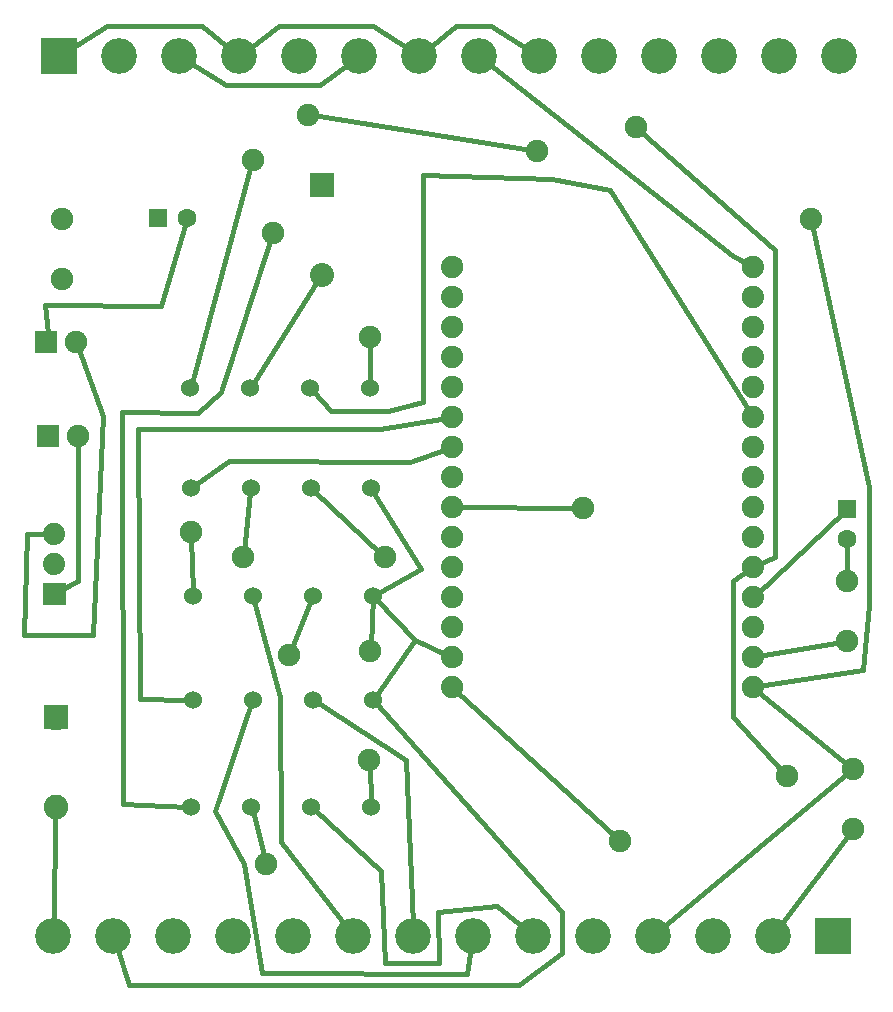
<source format=gbl>
G04 MADE WITH FRITZING*
G04 WWW.FRITZING.ORG*
G04 DOUBLE SIDED*
G04 HOLES PLATED*
G04 CONTOUR ON CENTER OF CONTOUR VECTOR*
%ASAXBY*%
%FSLAX23Y23*%
%MOIN*%
%OFA0B0*%
%SFA1.0B1.0*%
%ADD10C,0.074106*%
%ADD11C,0.060004*%
%ADD12C,0.060000*%
%ADD13C,0.074000*%
%ADD14C,0.080000*%
%ADD15C,0.075000*%
%ADD16C,0.062992*%
%ADD17C,0.082000*%
%ADD18C,0.118740*%
%ADD19C,0.075433*%
%ADD20R,0.080000X0.080000*%
%ADD21R,0.062992X0.062992*%
%ADD22R,0.075000X0.075000*%
%ADD23R,0.082000X0.082000*%
%ADD24R,0.118740X0.118740*%
%ADD25C,0.016000*%
%ADD26R,0.001000X0.001000*%
%LNCOPPER0*%
G90*
G70*
G54D10*
X2515Y1034D03*
X2515Y1134D03*
X2515Y1234D03*
X2515Y1334D03*
X2515Y1434D03*
X2515Y1534D03*
X2515Y1635D03*
X2515Y1735D03*
X2515Y1835D03*
X2515Y1935D03*
X2515Y2035D03*
X2515Y2135D03*
X2515Y2235D03*
X2515Y2336D03*
X2515Y2436D03*
X1513Y1034D03*
X1513Y1134D03*
X1513Y1234D03*
X1513Y1334D03*
X1513Y1434D03*
X1513Y1534D03*
X1513Y1635D03*
X1513Y1735D03*
X1513Y1835D03*
X1513Y1935D03*
X1513Y2035D03*
X1513Y2135D03*
X1513Y2235D03*
X1513Y2336D03*
X1513Y2436D03*
G54D11*
X644Y635D03*
G54D12*
X844Y635D03*
X1044Y635D03*
X1244Y635D03*
G54D13*
X187Y1344D03*
X187Y1444D03*
X187Y1544D03*
G54D14*
X1078Y2709D03*
X1078Y2409D03*
G54D15*
X2830Y1187D03*
X2830Y1387D03*
X2848Y761D03*
X2848Y561D03*
G54D16*
X2830Y1627D03*
X2830Y1529D03*
X533Y2599D03*
X631Y2599D03*
G54D15*
X167Y1871D03*
X267Y1871D03*
X159Y2185D03*
X259Y2185D03*
G54D17*
X192Y933D03*
X192Y635D03*
G54D18*
X2784Y206D03*
X2584Y206D03*
X2384Y206D03*
X2184Y206D03*
X1984Y206D03*
X1784Y206D03*
X1584Y206D03*
X1384Y206D03*
X1184Y206D03*
X984Y206D03*
X784Y206D03*
X584Y206D03*
X384Y206D03*
X184Y206D03*
X203Y3138D03*
X403Y3138D03*
X603Y3138D03*
X803Y3138D03*
X1003Y3138D03*
X1203Y3138D03*
X1403Y3138D03*
X1603Y3138D03*
X1803Y3138D03*
X2003Y3138D03*
X2203Y3138D03*
X2403Y3138D03*
X2603Y3138D03*
X2803Y3138D03*
G54D15*
X213Y2395D03*
X213Y2595D03*
G54D11*
X641Y2032D03*
G54D12*
X841Y2032D03*
X1041Y2032D03*
X1241Y2032D03*
G54D11*
X642Y1699D03*
G54D12*
X842Y1699D03*
X1042Y1699D03*
X1242Y1699D03*
G54D11*
X650Y1338D03*
G54D12*
X850Y1338D03*
X1050Y1338D03*
X1250Y1338D03*
G54D11*
X649Y993D03*
G54D12*
X849Y993D03*
X1049Y993D03*
X1249Y993D03*
G54D19*
X969Y1142D03*
X817Y1467D03*
X893Y444D03*
X642Y1551D03*
X1289Y1467D03*
X1241Y2200D03*
X1241Y1155D03*
X1237Y791D03*
X2074Y523D03*
X1948Y1633D03*
X915Y2549D03*
X849Y2793D03*
X2709Y2594D03*
X2628Y738D03*
X1033Y2943D03*
X1795Y2821D03*
X2125Y2901D03*
G54D20*
X1078Y2709D03*
G54D21*
X2830Y1627D03*
X533Y2599D03*
G54D22*
X167Y1871D03*
X159Y2185D03*
G54D23*
X192Y934D03*
G54D24*
X2784Y206D03*
X203Y3138D03*
G54D25*
X185Y245D02*
X191Y614D01*
D02*
X2830Y1513D02*
X2830Y1405D01*
D02*
X976Y1158D02*
X1044Y1324D01*
D02*
X840Y1684D02*
X819Y1484D01*
D02*
X2505Y1950D02*
X2039Y2691D01*
D02*
X2039Y2691D02*
X1846Y2728D01*
D02*
X1846Y2728D02*
X1415Y2743D01*
D02*
X1415Y2743D02*
X1415Y1984D01*
D02*
X1415Y1984D02*
X1300Y1954D01*
D02*
X1300Y1954D02*
X1111Y1954D01*
D02*
X1111Y1954D02*
X1051Y2020D01*
D02*
X1497Y1829D02*
X1372Y1785D01*
D02*
X1372Y1785D02*
X769Y1788D01*
D02*
X769Y1788D02*
X655Y1708D01*
D02*
X1063Y985D02*
X1358Y791D01*
D02*
X1358Y791D02*
X1382Y245D01*
D02*
X2818Y1617D02*
X2528Y1346D01*
D02*
X1754Y231D02*
X1663Y305D01*
D02*
X1663Y305D02*
X1467Y285D01*
D02*
X1467Y285D02*
X1471Y115D01*
D02*
X1471Y115D02*
X1289Y115D01*
D02*
X1289Y115D02*
X1276Y420D01*
D02*
X1276Y420D02*
X1056Y625D01*
D02*
X1634Y3114D02*
X2451Y2470D01*
D02*
X2451Y2470D02*
X2499Y2444D01*
D02*
X889Y461D02*
X848Y620D01*
D02*
X1160Y237D02*
X944Y517D01*
D02*
X944Y517D02*
X941Y1002D01*
D02*
X941Y1002D02*
X854Y1323D01*
D02*
X643Y1533D02*
X649Y1354D01*
D02*
X1577Y167D02*
X1562Y78D01*
D02*
X1562Y78D02*
X880Y80D01*
D02*
X880Y80D02*
X820Y444D01*
D02*
X820Y444D02*
X724Y620D01*
D02*
X724Y620D02*
X844Y978D01*
D02*
X1276Y1479D02*
X1053Y1688D01*
D02*
X267Y1854D02*
X266Y1388D01*
D02*
X266Y1388D02*
X204Y1354D01*
D02*
X1241Y2047D02*
X1241Y2182D01*
D02*
X627Y2584D02*
X544Y2305D01*
D02*
X156Y2308D02*
X167Y2215D01*
D02*
X544Y2305D02*
X156Y2308D01*
D02*
X167Y2215D02*
X164Y2202D01*
D02*
X849Y2045D02*
X1067Y2392D01*
D02*
X1250Y1686D02*
X1411Y1428D01*
D02*
X1411Y1428D02*
X1250Y1338D01*
D02*
X1250Y1338D02*
X1242Y1173D01*
D02*
X1497Y1141D02*
X1388Y1191D01*
D02*
X1388Y1191D02*
X1261Y1327D01*
D02*
X1258Y1006D02*
X1388Y1191D01*
D02*
X2812Y1184D02*
X2532Y1137D01*
D02*
X1244Y651D02*
X1238Y774D01*
D02*
X1370Y3160D02*
X1250Y3238D01*
D02*
X1250Y3238D02*
X935Y3238D01*
D02*
X935Y3238D02*
X835Y3162D01*
D02*
X1770Y3159D02*
X1644Y3238D01*
D02*
X1644Y3238D02*
X1526Y3238D01*
D02*
X1526Y3238D02*
X1434Y3163D01*
D02*
X237Y3159D02*
X364Y3238D01*
D02*
X364Y3238D02*
X679Y3238D01*
D02*
X679Y3238D02*
X773Y3163D01*
D02*
X396Y168D02*
X436Y42D01*
D02*
X436Y42D02*
X1736Y40D01*
D02*
X1736Y40D02*
X1880Y148D01*
D02*
X1880Y148D02*
X1880Y285D01*
D02*
X1880Y285D02*
X1260Y981D01*
D02*
X168Y1544D02*
X96Y1546D01*
D02*
X96Y1546D02*
X85Y1209D01*
D02*
X85Y1209D02*
X315Y1209D01*
D02*
X315Y1209D02*
X350Y1938D01*
D02*
X350Y1938D02*
X265Y2169D01*
D02*
X1526Y1022D02*
X2061Y534D01*
D02*
X1531Y1635D02*
X1931Y1633D01*
D02*
X910Y2532D02*
X744Y2017D01*
D02*
X744Y2017D02*
X667Y1949D01*
D02*
X667Y1949D02*
X414Y1952D01*
D02*
X414Y1952D02*
X416Y646D01*
D02*
X416Y646D02*
X629Y636D01*
D02*
X645Y2047D02*
X844Y2775D01*
D02*
X2528Y1023D02*
X2835Y772D01*
D02*
X2214Y231D02*
X2835Y750D01*
D02*
X2713Y2577D02*
X2904Y1703D01*
D02*
X2904Y1703D02*
X2904Y1309D01*
D02*
X2904Y1309D02*
X2884Y1093D01*
D02*
X2884Y1093D02*
X2532Y1037D01*
D02*
X637Y3117D02*
X758Y3041D01*
D02*
X758Y3041D02*
X1073Y3041D01*
D02*
X1073Y3041D02*
X1172Y3115D01*
D02*
X2607Y237D02*
X2838Y547D01*
D02*
X2501Y1424D02*
X2451Y1388D01*
D02*
X2451Y1388D02*
X2451Y935D01*
D02*
X2451Y935D02*
X2616Y751D01*
D02*
X1051Y2940D02*
X1777Y2824D01*
D02*
X2138Y2889D02*
X2589Y2490D01*
D02*
X2589Y2490D02*
X2589Y1467D01*
D02*
X2589Y1467D02*
X2531Y1441D01*
D02*
X467Y1896D02*
X472Y996D01*
D02*
X1496Y1932D02*
X1272Y1894D01*
D02*
X1272Y1894D02*
X467Y1896D01*
D02*
X472Y996D02*
X634Y993D01*
G54D26*
X1506Y2472D02*
X1521Y2472D01*
X2508Y2472D02*
X2523Y2472D01*
X1503Y2471D02*
X1525Y2471D01*
X2504Y2471D02*
X2526Y2471D01*
X1500Y2470D02*
X1527Y2470D01*
X2502Y2470D02*
X2529Y2470D01*
X1498Y2469D02*
X1530Y2469D01*
X2499Y2469D02*
X2531Y2469D01*
X1496Y2468D02*
X1532Y2468D01*
X2497Y2468D02*
X2533Y2468D01*
X1494Y2467D02*
X1533Y2467D01*
X2496Y2467D02*
X2535Y2467D01*
X1493Y2466D02*
X1535Y2466D01*
X2494Y2466D02*
X2536Y2466D01*
X1491Y2465D02*
X1536Y2465D01*
X2493Y2465D02*
X2538Y2465D01*
X1490Y2464D02*
X1537Y2464D01*
X2492Y2464D02*
X2539Y2464D01*
X1489Y2463D02*
X1539Y2463D01*
X2490Y2463D02*
X2540Y2463D01*
X1488Y2462D02*
X1540Y2462D01*
X2489Y2462D02*
X2541Y2462D01*
X1487Y2461D02*
X1541Y2461D01*
X2488Y2461D02*
X2542Y2461D01*
X1486Y2460D02*
X1541Y2460D01*
X2488Y2460D02*
X2543Y2460D01*
X1485Y2459D02*
X1542Y2459D01*
X2487Y2459D02*
X2544Y2459D01*
X1485Y2458D02*
X1543Y2458D01*
X2486Y2458D02*
X2544Y2458D01*
X1484Y2457D02*
X1544Y2457D01*
X2485Y2457D02*
X2545Y2457D01*
X1483Y2456D02*
X1544Y2456D01*
X2485Y2456D02*
X2546Y2456D01*
X1483Y2455D02*
X1545Y2455D01*
X2484Y2455D02*
X2546Y2455D01*
X1482Y2454D02*
X1545Y2454D01*
X2484Y2454D02*
X2547Y2454D01*
X1482Y2453D02*
X1509Y2453D01*
X1519Y2453D02*
X1546Y2453D01*
X2483Y2453D02*
X2510Y2453D01*
X2520Y2453D02*
X2547Y2453D01*
X1481Y2452D02*
X1506Y2452D01*
X1522Y2452D02*
X1546Y2452D01*
X2483Y2452D02*
X2507Y2452D01*
X2523Y2452D02*
X2548Y2452D01*
X1481Y2451D02*
X1504Y2451D01*
X1523Y2451D02*
X1547Y2451D01*
X2482Y2451D02*
X2506Y2451D01*
X2525Y2451D02*
X2548Y2451D01*
X1480Y2450D02*
X1503Y2450D01*
X1525Y2450D02*
X1547Y2450D01*
X2482Y2450D02*
X2504Y2450D01*
X2526Y2450D02*
X2549Y2450D01*
X1480Y2449D02*
X1502Y2449D01*
X1526Y2449D02*
X1548Y2449D01*
X2481Y2449D02*
X2503Y2449D01*
X2527Y2449D02*
X2549Y2449D01*
X1479Y2448D02*
X1501Y2448D01*
X1527Y2448D02*
X1548Y2448D01*
X2481Y2448D02*
X2502Y2448D01*
X2528Y2448D02*
X2550Y2448D01*
X1479Y2447D02*
X1500Y2447D01*
X1528Y2447D02*
X1548Y2447D01*
X2481Y2447D02*
X2501Y2447D01*
X2529Y2447D02*
X2550Y2447D01*
X1479Y2446D02*
X1499Y2446D01*
X1529Y2446D02*
X1549Y2446D01*
X2480Y2446D02*
X2500Y2446D01*
X2530Y2446D02*
X2550Y2446D01*
X1479Y2445D02*
X1498Y2445D01*
X1529Y2445D02*
X1549Y2445D01*
X2480Y2445D02*
X2500Y2445D01*
X2531Y2445D02*
X2550Y2445D01*
X1478Y2444D02*
X1498Y2444D01*
X1530Y2444D02*
X1549Y2444D01*
X2480Y2444D02*
X2499Y2444D01*
X2531Y2444D02*
X2551Y2444D01*
X1478Y2443D02*
X1497Y2443D01*
X1531Y2443D02*
X1550Y2443D01*
X2479Y2443D02*
X2498Y2443D01*
X2532Y2443D02*
X2551Y2443D01*
X1478Y2442D02*
X1497Y2442D01*
X1531Y2442D02*
X1550Y2442D01*
X2479Y2442D02*
X2498Y2442D01*
X2532Y2442D02*
X2551Y2442D01*
X1478Y2441D02*
X1496Y2441D01*
X1531Y2441D02*
X1550Y2441D01*
X2479Y2441D02*
X2498Y2441D01*
X2533Y2441D02*
X2551Y2441D01*
X1478Y2440D02*
X1496Y2440D01*
X1531Y2440D02*
X1550Y2440D01*
X2479Y2440D02*
X2498Y2440D01*
X2533Y2440D02*
X2551Y2440D01*
X1477Y2439D02*
X1496Y2439D01*
X1532Y2439D02*
X1550Y2439D01*
X2479Y2439D02*
X2497Y2439D01*
X2533Y2439D02*
X2552Y2439D01*
X1477Y2438D02*
X1496Y2438D01*
X1532Y2438D02*
X1550Y2438D01*
X2479Y2438D02*
X2497Y2438D01*
X2533Y2438D02*
X2552Y2438D01*
X1477Y2437D02*
X1496Y2437D01*
X1532Y2437D02*
X1550Y2437D01*
X2479Y2437D02*
X2497Y2437D01*
X2533Y2437D02*
X2552Y2437D01*
X1477Y2436D02*
X1496Y2436D01*
X1532Y2436D02*
X1550Y2436D01*
X2479Y2436D02*
X2497Y2436D01*
X2533Y2436D02*
X2552Y2436D01*
X1477Y2435D02*
X1496Y2435D01*
X1532Y2435D02*
X1550Y2435D01*
X2479Y2435D02*
X2497Y2435D01*
X2533Y2435D02*
X2552Y2435D01*
X1477Y2434D02*
X1496Y2434D01*
X1532Y2434D02*
X1550Y2434D01*
X2479Y2434D02*
X2497Y2434D01*
X2533Y2434D02*
X2552Y2434D01*
X1477Y2433D02*
X1496Y2433D01*
X1532Y2433D02*
X1550Y2433D01*
X2479Y2433D02*
X2497Y2433D01*
X2533Y2433D02*
X2552Y2433D01*
X1478Y2432D02*
X1496Y2432D01*
X1531Y2432D02*
X1550Y2432D01*
X2479Y2432D02*
X2498Y2432D01*
X2533Y2432D02*
X2551Y2432D01*
X1478Y2431D02*
X1496Y2431D01*
X1531Y2431D02*
X1550Y2431D01*
X2479Y2431D02*
X2498Y2431D01*
X2533Y2431D02*
X2551Y2431D01*
X1478Y2430D02*
X1497Y2430D01*
X1531Y2430D02*
X1550Y2430D01*
X2479Y2430D02*
X2498Y2430D01*
X2532Y2430D02*
X2551Y2430D01*
X1478Y2429D02*
X1497Y2429D01*
X1531Y2429D02*
X1550Y2429D01*
X2479Y2429D02*
X2498Y2429D01*
X2532Y2429D02*
X2551Y2429D01*
X1478Y2428D02*
X1498Y2428D01*
X1530Y2428D02*
X1549Y2428D01*
X2480Y2428D02*
X2499Y2428D01*
X2531Y2428D02*
X2551Y2428D01*
X1479Y2427D02*
X1498Y2427D01*
X1529Y2427D02*
X1549Y2427D01*
X2480Y2427D02*
X2500Y2427D01*
X2531Y2427D02*
X2550Y2427D01*
X1479Y2426D02*
X1499Y2426D01*
X1529Y2426D02*
X1549Y2426D01*
X2480Y2426D02*
X2500Y2426D01*
X2530Y2426D02*
X2550Y2426D01*
X1479Y2425D02*
X1500Y2425D01*
X1528Y2425D02*
X1549Y2425D01*
X2480Y2425D02*
X2501Y2425D01*
X2529Y2425D02*
X2550Y2425D01*
X1479Y2424D02*
X1501Y2424D01*
X1527Y2424D02*
X1548Y2424D01*
X2481Y2424D02*
X2502Y2424D01*
X2528Y2424D02*
X2550Y2424D01*
X1480Y2423D02*
X1502Y2423D01*
X1526Y2423D02*
X1548Y2423D01*
X2481Y2423D02*
X2503Y2423D01*
X2527Y2423D02*
X2549Y2423D01*
X1480Y2422D02*
X1503Y2422D01*
X1525Y2422D02*
X1547Y2422D01*
X2482Y2422D02*
X2504Y2422D01*
X2526Y2422D02*
X2549Y2422D01*
X1481Y2421D02*
X1504Y2421D01*
X1524Y2421D02*
X1547Y2421D01*
X2482Y2421D02*
X2505Y2421D01*
X2525Y2421D02*
X2548Y2421D01*
X1481Y2420D02*
X1506Y2420D01*
X1522Y2420D02*
X1547Y2420D01*
X2482Y2420D02*
X2507Y2420D01*
X2523Y2420D02*
X2548Y2420D01*
X1482Y2419D02*
X1509Y2419D01*
X1519Y2419D02*
X1546Y2419D01*
X2483Y2419D02*
X2510Y2419D01*
X2520Y2419D02*
X2547Y2419D01*
X1482Y2418D02*
X1546Y2418D01*
X2483Y2418D02*
X2547Y2418D01*
X1483Y2417D02*
X1545Y2417D01*
X2484Y2417D02*
X2546Y2417D01*
X1483Y2416D02*
X1544Y2416D01*
X2485Y2416D02*
X2546Y2416D01*
X1484Y2415D02*
X1544Y2415D01*
X2485Y2415D02*
X2545Y2415D01*
X1485Y2414D02*
X1543Y2414D01*
X2486Y2414D02*
X2544Y2414D01*
X1485Y2413D02*
X1542Y2413D01*
X2487Y2413D02*
X2544Y2413D01*
X1486Y2412D02*
X1542Y2412D01*
X2488Y2412D02*
X2543Y2412D01*
X1487Y2411D02*
X1541Y2411D01*
X2488Y2411D02*
X2542Y2411D01*
X1488Y2410D02*
X1540Y2410D01*
X2489Y2410D02*
X2541Y2410D01*
X1489Y2409D02*
X1539Y2409D01*
X2490Y2409D02*
X2540Y2409D01*
X1490Y2408D02*
X1538Y2408D01*
X2491Y2408D02*
X2539Y2408D01*
X1491Y2407D02*
X1536Y2407D01*
X2493Y2407D02*
X2538Y2407D01*
X1493Y2406D02*
X1535Y2406D01*
X2494Y2406D02*
X2536Y2406D01*
X1494Y2405D02*
X1533Y2405D01*
X2496Y2405D02*
X2535Y2405D01*
X1496Y2404D02*
X1532Y2404D01*
X2497Y2404D02*
X2533Y2404D01*
X1498Y2403D02*
X1530Y2403D01*
X2499Y2403D02*
X2531Y2403D01*
X1500Y2402D02*
X1528Y2402D01*
X2501Y2402D02*
X2529Y2402D01*
X1503Y2401D02*
X1525Y2401D01*
X2504Y2401D02*
X2526Y2401D01*
X1506Y2400D02*
X1522Y2400D01*
X2507Y2400D02*
X2523Y2400D01*
X1512Y2399D02*
X1515Y2399D01*
X2514Y2399D02*
X2517Y2399D01*
X1507Y2372D02*
X1521Y2372D01*
X2508Y2372D02*
X2522Y2372D01*
X1503Y2371D02*
X1524Y2371D01*
X2505Y2371D02*
X2526Y2371D01*
X1501Y2370D02*
X1527Y2370D01*
X2502Y2370D02*
X2528Y2370D01*
X1498Y2369D02*
X1529Y2369D01*
X2500Y2369D02*
X2531Y2369D01*
X1496Y2368D02*
X1531Y2368D01*
X2498Y2368D02*
X2533Y2368D01*
X1495Y2367D02*
X1533Y2367D01*
X2496Y2367D02*
X2534Y2367D01*
X1493Y2366D02*
X1535Y2366D01*
X2494Y2366D02*
X2536Y2366D01*
X1492Y2365D02*
X1536Y2365D01*
X2493Y2365D02*
X2537Y2365D01*
X1490Y2364D02*
X1537Y2364D01*
X2492Y2364D02*
X2539Y2364D01*
X1489Y2363D02*
X1538Y2363D01*
X2491Y2363D02*
X2540Y2363D01*
X1488Y2362D02*
X1540Y2362D01*
X2490Y2362D02*
X2541Y2362D01*
X1487Y2361D02*
X1540Y2361D01*
X2489Y2361D02*
X2542Y2361D01*
X1486Y2360D02*
X1541Y2360D01*
X2488Y2360D02*
X2543Y2360D01*
X1485Y2359D02*
X1542Y2359D01*
X2487Y2359D02*
X2544Y2359D01*
X1485Y2358D02*
X1543Y2358D01*
X2486Y2358D02*
X2544Y2358D01*
X1484Y2357D02*
X1544Y2357D01*
X2485Y2357D02*
X2545Y2357D01*
X1483Y2356D02*
X1544Y2356D01*
X2485Y2356D02*
X2546Y2356D01*
X1483Y2355D02*
X1545Y2355D01*
X2484Y2355D02*
X2546Y2355D01*
X1482Y2354D02*
X1545Y2354D01*
X2484Y2354D02*
X2547Y2354D01*
X1482Y2353D02*
X1509Y2353D01*
X1518Y2353D02*
X1546Y2353D01*
X2483Y2353D02*
X2511Y2353D01*
X2520Y2353D02*
X2547Y2353D01*
X1481Y2352D02*
X1506Y2352D01*
X1521Y2352D02*
X1546Y2352D01*
X2483Y2352D02*
X2508Y2352D01*
X2523Y2352D02*
X2548Y2352D01*
X1481Y2351D02*
X1504Y2351D01*
X1523Y2351D02*
X1547Y2351D01*
X2482Y2351D02*
X2506Y2351D01*
X2525Y2351D02*
X2548Y2351D01*
X1480Y2350D02*
X1503Y2350D01*
X1525Y2350D02*
X1547Y2350D01*
X2482Y2350D02*
X2504Y2350D01*
X2526Y2350D02*
X2549Y2350D01*
X1480Y2349D02*
X1502Y2349D01*
X1526Y2349D02*
X1548Y2349D01*
X2481Y2349D02*
X2503Y2349D01*
X2527Y2349D02*
X2549Y2349D01*
X1480Y2348D02*
X1501Y2348D01*
X1527Y2348D02*
X1548Y2348D01*
X2481Y2348D02*
X2502Y2348D01*
X2528Y2348D02*
X2549Y2348D01*
X1479Y2347D02*
X1500Y2347D01*
X1528Y2347D02*
X1548Y2347D01*
X2481Y2347D02*
X2501Y2347D01*
X2529Y2347D02*
X2550Y2347D01*
X1479Y2346D02*
X1499Y2346D01*
X1529Y2346D02*
X1549Y2346D01*
X2480Y2346D02*
X2500Y2346D01*
X2530Y2346D02*
X2550Y2346D01*
X1479Y2345D02*
X1498Y2345D01*
X1529Y2345D02*
X1549Y2345D01*
X2480Y2345D02*
X2500Y2345D01*
X2531Y2345D02*
X2550Y2345D01*
X1478Y2344D02*
X1498Y2344D01*
X1530Y2344D02*
X1549Y2344D01*
X2480Y2344D02*
X2499Y2344D01*
X2531Y2344D02*
X2551Y2344D01*
X1478Y2343D02*
X1497Y2343D01*
X1530Y2343D02*
X1550Y2343D01*
X2479Y2343D02*
X2499Y2343D01*
X2532Y2343D02*
X2551Y2343D01*
X1478Y2342D02*
X1497Y2342D01*
X1531Y2342D02*
X1550Y2342D01*
X2479Y2342D02*
X2498Y2342D01*
X2532Y2342D02*
X2551Y2342D01*
X1478Y2341D02*
X1497Y2341D01*
X1531Y2341D02*
X1550Y2341D01*
X2479Y2341D02*
X2498Y2341D01*
X2533Y2341D02*
X2551Y2341D01*
X1478Y2340D02*
X1496Y2340D01*
X1531Y2340D02*
X1550Y2340D01*
X2479Y2340D02*
X2498Y2340D01*
X2533Y2340D02*
X2551Y2340D01*
X1477Y2339D02*
X1496Y2339D01*
X1532Y2339D02*
X1550Y2339D01*
X2479Y2339D02*
X2497Y2339D01*
X2533Y2339D02*
X2552Y2339D01*
X1477Y2338D02*
X1496Y2338D01*
X1532Y2338D02*
X1550Y2338D01*
X2479Y2338D02*
X2497Y2338D01*
X2533Y2338D02*
X2552Y2338D01*
X1477Y2337D02*
X1496Y2337D01*
X1532Y2337D02*
X1550Y2337D01*
X2479Y2337D02*
X2497Y2337D01*
X2533Y2337D02*
X2552Y2337D01*
X1477Y2336D02*
X1496Y2336D01*
X1532Y2336D02*
X1550Y2336D01*
X2479Y2336D02*
X2497Y2336D01*
X2533Y2336D02*
X2552Y2336D01*
X1477Y2335D02*
X1496Y2335D01*
X1532Y2335D02*
X1550Y2335D01*
X2479Y2335D02*
X2497Y2335D01*
X2533Y2335D02*
X2552Y2335D01*
X1477Y2334D02*
X1496Y2334D01*
X1532Y2334D02*
X1550Y2334D01*
X2479Y2334D02*
X2497Y2334D01*
X2533Y2334D02*
X2552Y2334D01*
X1477Y2333D02*
X1496Y2333D01*
X1532Y2333D02*
X1550Y2333D01*
X2479Y2333D02*
X2497Y2333D01*
X2533Y2333D02*
X2552Y2333D01*
X1478Y2332D02*
X1496Y2332D01*
X1531Y2332D02*
X1550Y2332D01*
X2479Y2332D02*
X2498Y2332D01*
X2533Y2332D02*
X2552Y2332D01*
X1478Y2331D02*
X1496Y2331D01*
X1531Y2331D02*
X1550Y2331D01*
X2479Y2331D02*
X2498Y2331D01*
X2533Y2331D02*
X2551Y2331D01*
X1478Y2330D02*
X1497Y2330D01*
X1531Y2330D02*
X1550Y2330D01*
X2479Y2330D02*
X2498Y2330D01*
X2532Y2330D02*
X2551Y2330D01*
X1478Y2329D02*
X1497Y2329D01*
X1531Y2329D02*
X1550Y2329D01*
X2479Y2329D02*
X2498Y2329D01*
X2532Y2329D02*
X2551Y2329D01*
X1478Y2328D02*
X1498Y2328D01*
X1530Y2328D02*
X1549Y2328D01*
X2480Y2328D02*
X2499Y2328D01*
X2532Y2328D02*
X2551Y2328D01*
X1478Y2327D02*
X1498Y2327D01*
X1530Y2327D02*
X1549Y2327D01*
X2480Y2327D02*
X2499Y2327D01*
X2531Y2327D02*
X2551Y2327D01*
X1479Y2326D02*
X1499Y2326D01*
X1529Y2326D02*
X1549Y2326D01*
X2480Y2326D02*
X2500Y2326D01*
X2530Y2326D02*
X2550Y2326D01*
X1479Y2325D02*
X1500Y2325D01*
X1528Y2325D02*
X1549Y2325D01*
X2480Y2325D02*
X2501Y2325D01*
X2529Y2325D02*
X2550Y2325D01*
X1479Y2324D02*
X1500Y2324D01*
X1527Y2324D02*
X1548Y2324D01*
X2481Y2324D02*
X2502Y2324D01*
X2529Y2324D02*
X2550Y2324D01*
X1480Y2323D02*
X1501Y2323D01*
X1526Y2323D02*
X1548Y2323D01*
X2481Y2323D02*
X2503Y2323D01*
X2528Y2323D02*
X2549Y2323D01*
X1480Y2322D02*
X1503Y2322D01*
X1525Y2322D02*
X1547Y2322D01*
X2482Y2322D02*
X2504Y2322D01*
X2526Y2322D02*
X2549Y2322D01*
X1481Y2321D02*
X1504Y2321D01*
X1524Y2321D02*
X1547Y2321D01*
X2482Y2321D02*
X2505Y2321D01*
X2525Y2321D02*
X2548Y2321D01*
X1481Y2320D02*
X1506Y2320D01*
X1522Y2320D02*
X1547Y2320D01*
X2482Y2320D02*
X2507Y2320D01*
X2523Y2320D02*
X2548Y2320D01*
X1482Y2319D02*
X1508Y2319D01*
X1519Y2319D02*
X1546Y2319D01*
X2483Y2319D02*
X2510Y2319D01*
X2521Y2319D02*
X2548Y2319D01*
X1482Y2318D02*
X1546Y2318D01*
X2483Y2318D02*
X2547Y2318D01*
X1483Y2317D02*
X1545Y2317D01*
X2484Y2317D02*
X2546Y2317D01*
X1483Y2316D02*
X1544Y2316D01*
X2485Y2316D02*
X2546Y2316D01*
X1484Y2315D02*
X1544Y2315D01*
X2485Y2315D02*
X2545Y2315D01*
X1485Y2314D02*
X1543Y2314D01*
X2486Y2314D02*
X2545Y2314D01*
X1485Y2313D02*
X1542Y2313D01*
X2487Y2313D02*
X2544Y2313D01*
X1486Y2312D02*
X1542Y2312D01*
X2487Y2312D02*
X2543Y2312D01*
X1487Y2311D02*
X1541Y2311D01*
X2488Y2311D02*
X2542Y2311D01*
X1488Y2310D02*
X1540Y2310D01*
X2489Y2310D02*
X2541Y2310D01*
X1489Y2309D02*
X1539Y2309D01*
X2490Y2309D02*
X2540Y2309D01*
X1490Y2308D02*
X1538Y2308D01*
X2491Y2308D02*
X2539Y2308D01*
X1491Y2307D02*
X1536Y2307D01*
X2493Y2307D02*
X2538Y2307D01*
X1493Y2306D02*
X1535Y2306D01*
X2494Y2306D02*
X2536Y2306D01*
X1494Y2305D02*
X1534Y2305D01*
X2495Y2305D02*
X2535Y2305D01*
X1496Y2304D02*
X1532Y2304D01*
X2497Y2304D02*
X2533Y2304D01*
X1498Y2303D02*
X1530Y2303D01*
X2499Y2303D02*
X2531Y2303D01*
X1500Y2302D02*
X1528Y2302D01*
X2501Y2302D02*
X2529Y2302D01*
X1502Y2301D02*
X1525Y2301D01*
X2504Y2301D02*
X2527Y2301D01*
X1506Y2300D02*
X1522Y2300D01*
X2507Y2300D02*
X2524Y2300D01*
X1511Y2299D02*
X1517Y2299D01*
X2512Y2299D02*
X2518Y2299D01*
X1508Y2272D02*
X1520Y2272D01*
X2509Y2272D02*
X2521Y2272D01*
X1504Y2271D02*
X1524Y2271D01*
X2505Y2271D02*
X2525Y2271D01*
X1501Y2270D02*
X1527Y2270D01*
X2502Y2270D02*
X2528Y2270D01*
X1499Y2269D02*
X1529Y2269D01*
X2500Y2269D02*
X2530Y2269D01*
X1497Y2268D02*
X1531Y2268D01*
X2498Y2268D02*
X2532Y2268D01*
X1495Y2267D02*
X1533Y2267D01*
X2496Y2267D02*
X2534Y2267D01*
X1493Y2266D02*
X1534Y2266D01*
X2495Y2266D02*
X2536Y2266D01*
X1492Y2265D02*
X1536Y2265D01*
X2493Y2265D02*
X2537Y2265D01*
X1490Y2264D02*
X1537Y2264D01*
X2492Y2264D02*
X2539Y2264D01*
X1489Y2263D02*
X1538Y2263D01*
X2491Y2263D02*
X2540Y2263D01*
X1488Y2262D02*
X1539Y2262D01*
X2490Y2262D02*
X2541Y2262D01*
X1487Y2261D02*
X1540Y2261D01*
X2489Y2261D02*
X2542Y2261D01*
X1486Y2260D02*
X1541Y2260D01*
X2488Y2260D02*
X2543Y2260D01*
X1486Y2259D02*
X1542Y2259D01*
X2487Y2259D02*
X2543Y2259D01*
X1485Y2258D02*
X1543Y2258D01*
X2486Y2258D02*
X2544Y2258D01*
X1484Y2257D02*
X1543Y2257D01*
X2486Y2257D02*
X2545Y2257D01*
X1483Y2256D02*
X1544Y2256D01*
X2485Y2256D02*
X2546Y2256D01*
X1483Y2255D02*
X1545Y2255D01*
X2484Y2255D02*
X2546Y2255D01*
X1482Y2254D02*
X1545Y2254D01*
X2484Y2254D02*
X2547Y2254D01*
X1482Y2253D02*
X1511Y2253D01*
X1517Y2253D02*
X1546Y2253D01*
X2483Y2253D02*
X2512Y2253D01*
X2518Y2253D02*
X2547Y2253D01*
X1481Y2252D02*
X1507Y2252D01*
X1521Y2252D02*
X1546Y2252D01*
X2483Y2252D02*
X2508Y2252D01*
X2523Y2252D02*
X2548Y2252D01*
X1481Y2251D02*
X1505Y2251D01*
X1523Y2251D02*
X1547Y2251D01*
X2482Y2251D02*
X2506Y2251D01*
X2524Y2251D02*
X2548Y2251D01*
X1480Y2250D02*
X1503Y2250D01*
X1524Y2250D02*
X1547Y2250D01*
X2482Y2250D02*
X2505Y2250D01*
X2526Y2250D02*
X2549Y2250D01*
X1480Y2249D02*
X1502Y2249D01*
X1526Y2249D02*
X1548Y2249D01*
X2481Y2249D02*
X2503Y2249D01*
X2527Y2249D02*
X2549Y2249D01*
X1480Y2248D02*
X1501Y2248D01*
X1527Y2248D02*
X1548Y2248D01*
X2481Y2248D02*
X2502Y2248D01*
X2528Y2248D02*
X2549Y2248D01*
X1479Y2247D02*
X1500Y2247D01*
X1528Y2247D02*
X1548Y2247D01*
X2481Y2247D02*
X2501Y2247D01*
X2529Y2247D02*
X2550Y2247D01*
X1479Y2246D02*
X1499Y2246D01*
X1528Y2246D02*
X1549Y2246D01*
X2480Y2246D02*
X2501Y2246D01*
X2530Y2246D02*
X2550Y2246D01*
X1479Y2245D02*
X1498Y2245D01*
X1529Y2245D02*
X1549Y2245D01*
X2480Y2245D02*
X2500Y2245D01*
X2531Y2245D02*
X2550Y2245D01*
X1478Y2244D02*
X1498Y2244D01*
X1530Y2244D02*
X1549Y2244D01*
X2480Y2244D02*
X2499Y2244D01*
X2531Y2244D02*
X2551Y2244D01*
X1478Y2243D02*
X1497Y2243D01*
X1530Y2243D02*
X1550Y2243D01*
X2479Y2243D02*
X2499Y2243D01*
X2532Y2243D02*
X2551Y2243D01*
X1478Y2242D02*
X1497Y2242D01*
X1531Y2242D02*
X1550Y2242D01*
X2479Y2242D02*
X2498Y2242D01*
X2532Y2242D02*
X2551Y2242D01*
X1478Y2241D02*
X1497Y2241D01*
X1531Y2241D02*
X1550Y2241D01*
X2479Y2241D02*
X2498Y2241D01*
X2532Y2241D02*
X2551Y2241D01*
X1478Y2240D02*
X1496Y2240D01*
X1531Y2240D02*
X1550Y2240D01*
X2479Y2240D02*
X2498Y2240D01*
X2533Y2240D02*
X2551Y2240D01*
X1477Y2239D02*
X1496Y2239D01*
X1532Y2239D02*
X1550Y2239D01*
X2479Y2239D02*
X2497Y2239D01*
X2533Y2239D02*
X2552Y2239D01*
X1477Y2238D02*
X1496Y2238D01*
X1532Y2238D02*
X1550Y2238D01*
X2479Y2238D02*
X2497Y2238D01*
X2533Y2238D02*
X2552Y2238D01*
X1477Y2237D02*
X1496Y2237D01*
X1532Y2237D02*
X1550Y2237D01*
X2479Y2237D02*
X2497Y2237D01*
X2533Y2237D02*
X2552Y2237D01*
X1477Y2236D02*
X1496Y2236D01*
X1532Y2236D02*
X1550Y2236D01*
X2479Y2236D02*
X2497Y2236D01*
X2533Y2236D02*
X2552Y2236D01*
X1477Y2235D02*
X1496Y2235D01*
X1532Y2235D02*
X1550Y2235D01*
X2479Y2235D02*
X2497Y2235D01*
X2533Y2235D02*
X2552Y2235D01*
X1477Y2234D02*
X1496Y2234D01*
X1532Y2234D02*
X1550Y2234D01*
X2479Y2234D02*
X2497Y2234D01*
X2533Y2234D02*
X2552Y2234D01*
X1477Y2233D02*
X1496Y2233D01*
X1532Y2233D02*
X1550Y2233D01*
X2479Y2233D02*
X2497Y2233D01*
X2533Y2233D02*
X2552Y2233D01*
X1477Y2232D02*
X1496Y2232D01*
X1532Y2232D02*
X1550Y2232D01*
X2479Y2232D02*
X2497Y2232D01*
X2533Y2232D02*
X2552Y2232D01*
X1478Y2231D02*
X1496Y2231D01*
X1531Y2231D02*
X1550Y2231D01*
X2479Y2231D02*
X2498Y2231D01*
X2533Y2231D02*
X2551Y2231D01*
X1478Y2230D02*
X1497Y2230D01*
X1531Y2230D02*
X1550Y2230D01*
X2479Y2230D02*
X2498Y2230D01*
X2532Y2230D02*
X2551Y2230D01*
X1478Y2229D02*
X1497Y2229D01*
X1531Y2229D02*
X1550Y2229D01*
X2479Y2229D02*
X2498Y2229D01*
X2532Y2229D02*
X2551Y2229D01*
X1478Y2228D02*
X1497Y2228D01*
X1530Y2228D02*
X1549Y2228D01*
X2480Y2228D02*
X2499Y2228D01*
X2532Y2228D02*
X2551Y2228D01*
X1478Y2227D02*
X1498Y2227D01*
X1530Y2227D02*
X1549Y2227D01*
X2480Y2227D02*
X2499Y2227D01*
X2531Y2227D02*
X2551Y2227D01*
X1479Y2226D02*
X1499Y2226D01*
X1529Y2226D02*
X1549Y2226D01*
X2480Y2226D02*
X2500Y2226D01*
X2530Y2226D02*
X2550Y2226D01*
X1479Y2225D02*
X1499Y2225D01*
X1528Y2225D02*
X1549Y2225D01*
X2480Y2225D02*
X2501Y2225D01*
X2530Y2225D02*
X2550Y2225D01*
X1479Y2224D02*
X1500Y2224D01*
X1527Y2224D02*
X1548Y2224D01*
X2481Y2224D02*
X2502Y2224D01*
X2529Y2224D02*
X2550Y2224D01*
X1480Y2223D02*
X1501Y2223D01*
X1526Y2223D02*
X1548Y2223D01*
X2481Y2223D02*
X2503Y2223D01*
X2528Y2223D02*
X2549Y2223D01*
X1480Y2222D02*
X1502Y2222D01*
X1525Y2222D02*
X1548Y2222D01*
X2481Y2222D02*
X2504Y2222D01*
X2527Y2222D02*
X2549Y2222D01*
X1481Y2221D02*
X1504Y2221D01*
X1524Y2221D02*
X1547Y2221D01*
X2482Y2221D02*
X2505Y2221D01*
X2525Y2221D02*
X2549Y2221D01*
X1481Y2220D02*
X1505Y2220D01*
X1522Y2220D02*
X1547Y2220D01*
X2482Y2220D02*
X2507Y2220D01*
X2524Y2220D02*
X2548Y2220D01*
X1481Y2219D02*
X1508Y2219D01*
X1520Y2219D02*
X1546Y2219D01*
X2483Y2219D02*
X2509Y2219D01*
X2521Y2219D02*
X2548Y2219D01*
X1482Y2218D02*
X1546Y2218D01*
X2483Y2218D02*
X2547Y2218D01*
X1483Y2217D02*
X1545Y2217D01*
X2484Y2217D02*
X2547Y2217D01*
X1483Y2216D02*
X1545Y2216D01*
X2484Y2216D02*
X2546Y2216D01*
X1484Y2215D02*
X1544Y2215D01*
X2485Y2215D02*
X2545Y2215D01*
X1484Y2214D02*
X1543Y2214D01*
X2486Y2214D02*
X2545Y2214D01*
X1485Y2213D02*
X1542Y2213D01*
X2487Y2213D02*
X2544Y2213D01*
X1486Y2212D02*
X1542Y2212D01*
X2487Y2212D02*
X2543Y2212D01*
X1487Y2211D02*
X1541Y2211D01*
X2488Y2211D02*
X2542Y2211D01*
X1488Y2210D02*
X1540Y2210D01*
X2489Y2210D02*
X2541Y2210D01*
X1489Y2209D02*
X1539Y2209D01*
X2490Y2209D02*
X2540Y2209D01*
X1490Y2208D02*
X1538Y2208D01*
X2491Y2208D02*
X2539Y2208D01*
X1491Y2207D02*
X1537Y2207D01*
X2492Y2207D02*
X2538Y2207D01*
X1492Y2206D02*
X1535Y2206D01*
X2494Y2206D02*
X2537Y2206D01*
X1494Y2205D02*
X1534Y2205D01*
X2495Y2205D02*
X2535Y2205D01*
X1495Y2204D02*
X1532Y2204D01*
X2497Y2204D02*
X2534Y2204D01*
X1497Y2203D02*
X1530Y2203D01*
X2499Y2203D02*
X2532Y2203D01*
X1499Y2202D02*
X1528Y2202D01*
X2501Y2202D02*
X2530Y2202D01*
X1502Y2201D02*
X1526Y2201D01*
X2503Y2201D02*
X2527Y2201D01*
X1505Y2200D02*
X1523Y2200D01*
X2506Y2200D02*
X2524Y2200D01*
X1510Y2199D02*
X1518Y2199D01*
X2511Y2199D02*
X2519Y2199D01*
X1508Y2172D02*
X1519Y2172D01*
X2510Y2172D02*
X2521Y2172D01*
X1504Y2171D02*
X1524Y2171D01*
X2506Y2171D02*
X2525Y2171D01*
X1501Y2170D02*
X1526Y2170D01*
X2503Y2170D02*
X2528Y2170D01*
X1499Y2169D02*
X1529Y2169D01*
X2500Y2169D02*
X2530Y2169D01*
X1497Y2168D02*
X1531Y2168D01*
X2498Y2168D02*
X2532Y2168D01*
X1495Y2167D02*
X1533Y2167D01*
X2496Y2167D02*
X2534Y2167D01*
X1493Y2166D02*
X1534Y2166D01*
X2495Y2166D02*
X2536Y2166D01*
X1492Y2165D02*
X1536Y2165D01*
X2493Y2165D02*
X2537Y2165D01*
X1491Y2164D02*
X1537Y2164D01*
X2492Y2164D02*
X2538Y2164D01*
X1489Y2163D02*
X1538Y2163D01*
X2491Y2163D02*
X2540Y2163D01*
X1488Y2162D02*
X1539Y2162D01*
X2490Y2162D02*
X2541Y2162D01*
X1487Y2161D02*
X1540Y2161D01*
X2489Y2161D02*
X2542Y2161D01*
X1487Y2160D02*
X1541Y2160D01*
X2488Y2160D02*
X2542Y2160D01*
X1486Y2159D02*
X1542Y2159D01*
X2487Y2159D02*
X2543Y2159D01*
X1485Y2158D02*
X1543Y2158D01*
X2486Y2158D02*
X2544Y2158D01*
X1484Y2157D02*
X1543Y2157D01*
X2486Y2157D02*
X2545Y2157D01*
X1484Y2156D02*
X1544Y2156D01*
X2485Y2156D02*
X2545Y2156D01*
X1483Y2155D02*
X1545Y2155D01*
X2484Y2155D02*
X2546Y2155D01*
X1482Y2154D02*
X1545Y2154D01*
X2484Y2154D02*
X2547Y2154D01*
X1482Y2153D02*
X1512Y2153D01*
X1515Y2153D02*
X1546Y2153D01*
X2483Y2153D02*
X2514Y2153D01*
X2517Y2153D02*
X2547Y2153D01*
X1481Y2152D02*
X1507Y2152D01*
X1521Y2152D02*
X1546Y2152D01*
X2483Y2152D02*
X2508Y2152D01*
X2522Y2152D02*
X2548Y2152D01*
X1481Y2151D02*
X1505Y2151D01*
X1523Y2151D02*
X1547Y2151D01*
X2482Y2151D02*
X2506Y2151D01*
X2524Y2151D02*
X2548Y2151D01*
X1480Y2150D02*
X1503Y2150D01*
X1524Y2150D02*
X1547Y2150D01*
X2482Y2150D02*
X2505Y2150D01*
X2526Y2150D02*
X2549Y2150D01*
X1480Y2149D02*
X1502Y2149D01*
X1525Y2149D02*
X1548Y2149D01*
X2481Y2149D02*
X2504Y2149D01*
X2527Y2149D02*
X2549Y2149D01*
X1480Y2148D02*
X1501Y2148D01*
X1527Y2148D02*
X1548Y2148D01*
X2481Y2148D02*
X2502Y2148D01*
X2528Y2148D02*
X2549Y2148D01*
X1479Y2147D02*
X1500Y2147D01*
X1528Y2147D02*
X1548Y2147D01*
X2481Y2147D02*
X2501Y2147D01*
X2529Y2147D02*
X2550Y2147D01*
X1479Y2146D02*
X1499Y2146D01*
X1528Y2146D02*
X1549Y2146D01*
X2480Y2146D02*
X2501Y2146D01*
X2530Y2146D02*
X2550Y2146D01*
X1479Y2145D02*
X1498Y2145D01*
X1529Y2145D02*
X1549Y2145D01*
X2480Y2145D02*
X2500Y2145D01*
X2531Y2145D02*
X2550Y2145D01*
X1478Y2144D02*
X1498Y2144D01*
X1530Y2144D02*
X1549Y2144D01*
X2480Y2144D02*
X2499Y2144D01*
X2531Y2144D02*
X2551Y2144D01*
X1478Y2143D02*
X1497Y2143D01*
X1530Y2143D02*
X1549Y2143D01*
X2480Y2143D02*
X2499Y2143D01*
X2532Y2143D02*
X2551Y2143D01*
X1478Y2142D02*
X1497Y2142D01*
X1531Y2142D02*
X1550Y2142D01*
X2479Y2142D02*
X2498Y2142D01*
X2532Y2142D02*
X2551Y2142D01*
X1478Y2141D02*
X1497Y2141D01*
X1531Y2141D02*
X1550Y2141D01*
X2479Y2141D02*
X2498Y2141D01*
X2532Y2141D02*
X2551Y2141D01*
X1478Y2140D02*
X1496Y2140D01*
X1531Y2140D02*
X1550Y2140D01*
X2479Y2140D02*
X2498Y2140D01*
X2533Y2140D02*
X2551Y2140D01*
X1477Y2139D02*
X1496Y2139D01*
X1532Y2139D02*
X1550Y2139D01*
X2479Y2139D02*
X2497Y2139D01*
X2533Y2139D02*
X2552Y2139D01*
X1477Y2138D02*
X1496Y2138D01*
X1532Y2138D02*
X1550Y2138D01*
X2479Y2138D02*
X2497Y2138D01*
X2533Y2138D02*
X2552Y2138D01*
X1477Y2137D02*
X1496Y2137D01*
X1532Y2137D02*
X1550Y2137D01*
X2479Y2137D02*
X2497Y2137D01*
X2533Y2137D02*
X2552Y2137D01*
X1477Y2136D02*
X1496Y2136D01*
X1532Y2136D02*
X1550Y2136D01*
X2479Y2136D02*
X2497Y2136D01*
X2533Y2136D02*
X2552Y2136D01*
X1477Y2135D02*
X1496Y2135D01*
X1532Y2135D02*
X1550Y2135D01*
X2479Y2135D02*
X2497Y2135D01*
X2533Y2135D02*
X2552Y2135D01*
X1477Y2134D02*
X1496Y2134D01*
X1532Y2134D02*
X1550Y2134D01*
X2479Y2134D02*
X2497Y2134D01*
X2533Y2134D02*
X2552Y2134D01*
X1477Y2133D02*
X1496Y2133D01*
X1532Y2133D02*
X1550Y2133D01*
X2479Y2133D02*
X2497Y2133D01*
X2533Y2133D02*
X2552Y2133D01*
X1477Y2132D02*
X1496Y2132D01*
X1532Y2132D02*
X1550Y2132D01*
X2479Y2132D02*
X2497Y2132D01*
X2533Y2132D02*
X2552Y2132D01*
X1478Y2131D02*
X1496Y2131D01*
X1531Y2131D02*
X1550Y2131D01*
X2479Y2131D02*
X2498Y2131D01*
X2533Y2131D02*
X2551Y2131D01*
X1478Y2130D02*
X1497Y2130D01*
X1531Y2130D02*
X1550Y2130D01*
X2479Y2130D02*
X2498Y2130D01*
X2532Y2130D02*
X2551Y2130D01*
X1478Y2129D02*
X1497Y2129D01*
X1531Y2129D02*
X1550Y2129D01*
X2479Y2129D02*
X2498Y2129D01*
X2532Y2129D02*
X2551Y2129D01*
X1478Y2128D02*
X1497Y2128D01*
X1530Y2128D02*
X1549Y2128D01*
X2480Y2128D02*
X2499Y2128D01*
X2532Y2128D02*
X2551Y2128D01*
X1478Y2127D02*
X1498Y2127D01*
X1530Y2127D02*
X1549Y2127D01*
X2480Y2127D02*
X2499Y2127D01*
X2531Y2127D02*
X2551Y2127D01*
X1479Y2126D02*
X1499Y2126D01*
X1529Y2126D02*
X1549Y2126D01*
X2480Y2126D02*
X2500Y2126D01*
X2530Y2126D02*
X2550Y2126D01*
X1479Y2125D02*
X1499Y2125D01*
X1528Y2125D02*
X1549Y2125D01*
X2480Y2125D02*
X2501Y2125D01*
X2530Y2125D02*
X2550Y2125D01*
X1479Y2124D02*
X1500Y2124D01*
X1527Y2124D02*
X1548Y2124D01*
X2481Y2124D02*
X2502Y2124D01*
X2529Y2124D02*
X2550Y2124D01*
X1480Y2123D02*
X1501Y2123D01*
X1526Y2123D02*
X1548Y2123D01*
X2481Y2123D02*
X2503Y2123D01*
X2528Y2123D02*
X2549Y2123D01*
X1480Y2122D02*
X1502Y2122D01*
X1525Y2122D02*
X1548Y2122D01*
X2481Y2122D02*
X2504Y2122D01*
X2527Y2122D02*
X2549Y2122D01*
X1480Y2121D02*
X1503Y2121D01*
X1524Y2121D02*
X1547Y2121D01*
X2482Y2121D02*
X2505Y2121D01*
X2526Y2121D02*
X2549Y2121D01*
X1481Y2120D02*
X1505Y2120D01*
X1523Y2120D02*
X1547Y2120D01*
X2482Y2120D02*
X2506Y2120D01*
X2524Y2120D02*
X2548Y2120D01*
X1481Y2119D02*
X1507Y2119D01*
X1520Y2119D02*
X1546Y2119D01*
X2483Y2119D02*
X2509Y2119D01*
X2522Y2119D02*
X2548Y2119D01*
X1482Y2118D02*
X1546Y2118D01*
X2483Y2118D02*
X2547Y2118D01*
X1482Y2117D02*
X1545Y2117D01*
X2484Y2117D02*
X2547Y2117D01*
X1483Y2116D02*
X1545Y2116D01*
X2484Y2116D02*
X2546Y2116D01*
X1484Y2115D02*
X1544Y2115D01*
X2485Y2115D02*
X2545Y2115D01*
X1484Y2114D02*
X1543Y2114D01*
X2486Y2114D02*
X2545Y2114D01*
X1485Y2113D02*
X1543Y2113D01*
X2486Y2113D02*
X2544Y2113D01*
X1486Y2112D02*
X1542Y2112D01*
X2487Y2112D02*
X2543Y2112D01*
X1487Y2111D02*
X1541Y2111D01*
X2488Y2111D02*
X2542Y2111D01*
X1488Y2110D02*
X1540Y2110D01*
X2489Y2110D02*
X2541Y2110D01*
X1489Y2109D02*
X1539Y2109D01*
X2490Y2109D02*
X2541Y2109D01*
X1490Y2108D02*
X1538Y2108D01*
X2491Y2108D02*
X2539Y2108D01*
X1491Y2107D02*
X1537Y2107D01*
X2492Y2107D02*
X2538Y2107D01*
X1492Y2106D02*
X1535Y2106D01*
X2494Y2106D02*
X2537Y2106D01*
X1494Y2105D02*
X1534Y2105D01*
X2495Y2105D02*
X2535Y2105D01*
X1495Y2104D02*
X1532Y2104D01*
X2497Y2104D02*
X2534Y2104D01*
X1497Y2103D02*
X1531Y2103D01*
X2498Y2103D02*
X2532Y2103D01*
X1499Y2102D02*
X1529Y2102D01*
X2501Y2102D02*
X2530Y2102D01*
X1502Y2101D02*
X1526Y2101D01*
X2503Y2101D02*
X2527Y2101D01*
X1505Y2100D02*
X1523Y2100D01*
X2506Y2100D02*
X2524Y2100D01*
X1509Y2099D02*
X1519Y2099D01*
X2510Y2099D02*
X2520Y2099D01*
X1509Y2072D02*
X1519Y2072D01*
X2510Y2072D02*
X2520Y2072D01*
X1505Y2071D02*
X1523Y2071D01*
X2506Y2071D02*
X2524Y2071D01*
X1502Y2070D02*
X1526Y2070D01*
X2503Y2070D02*
X2527Y2070D01*
X1499Y2069D02*
X1528Y2069D01*
X2501Y2069D02*
X2530Y2069D01*
X1497Y2068D02*
X1531Y2068D01*
X2498Y2068D02*
X2532Y2068D01*
X1495Y2067D02*
X1532Y2067D01*
X2497Y2067D02*
X2534Y2067D01*
X1494Y2066D02*
X1534Y2066D01*
X2495Y2066D02*
X2535Y2066D01*
X1492Y2065D02*
X1535Y2065D01*
X2494Y2065D02*
X2537Y2065D01*
X1491Y2064D02*
X1537Y2064D01*
X2492Y2064D02*
X2538Y2064D01*
X1490Y2063D02*
X1538Y2063D01*
X2491Y2063D02*
X2539Y2063D01*
X1489Y2062D02*
X1539Y2062D01*
X2490Y2062D02*
X2540Y2062D01*
X1488Y2061D02*
X1540Y2061D01*
X2489Y2061D02*
X2541Y2061D01*
X1487Y2060D02*
X1541Y2060D01*
X2488Y2060D02*
X2542Y2060D01*
X1486Y2059D02*
X1542Y2059D01*
X2487Y2059D02*
X2543Y2059D01*
X1485Y2058D02*
X1543Y2058D01*
X2486Y2058D02*
X2544Y2058D01*
X1484Y2057D02*
X1543Y2057D01*
X2486Y2057D02*
X2545Y2057D01*
X1484Y2056D02*
X1544Y2056D01*
X2485Y2056D02*
X2545Y2056D01*
X1483Y2055D02*
X1545Y2055D01*
X2484Y2055D02*
X2546Y2055D01*
X1482Y2054D02*
X1545Y2054D01*
X2484Y2054D02*
X2547Y2054D01*
X1482Y2053D02*
X1546Y2053D01*
X2483Y2053D02*
X2547Y2053D01*
X1481Y2052D02*
X1507Y2052D01*
X1520Y2052D02*
X1546Y2052D01*
X2483Y2052D02*
X2509Y2052D01*
X2522Y2052D02*
X2548Y2052D01*
X1481Y2051D02*
X1505Y2051D01*
X1523Y2051D02*
X1547Y2051D01*
X2482Y2051D02*
X2506Y2051D01*
X2524Y2051D02*
X2548Y2051D01*
X1480Y2050D02*
X1503Y2050D01*
X1524Y2050D02*
X1547Y2050D01*
X2482Y2050D02*
X2505Y2050D01*
X2526Y2050D02*
X2549Y2050D01*
X1480Y2049D02*
X1502Y2049D01*
X1525Y2049D02*
X1548Y2049D01*
X2481Y2049D02*
X2504Y2049D01*
X2527Y2049D02*
X2549Y2049D01*
X1480Y2048D02*
X1501Y2048D01*
X1526Y2048D02*
X1548Y2048D01*
X2481Y2048D02*
X2503Y2048D01*
X2528Y2048D02*
X2549Y2048D01*
X1479Y2047D02*
X1500Y2047D01*
X1527Y2047D02*
X1548Y2047D01*
X2481Y2047D02*
X2502Y2047D01*
X2529Y2047D02*
X2550Y2047D01*
X1479Y2046D02*
X1499Y2046D01*
X1528Y2046D02*
X1549Y2046D01*
X2480Y2046D02*
X2501Y2046D01*
X2530Y2046D02*
X2550Y2046D01*
X1479Y2045D02*
X1499Y2045D01*
X1529Y2045D02*
X1549Y2045D01*
X2480Y2045D02*
X2500Y2045D01*
X2530Y2045D02*
X2550Y2045D01*
X1478Y2044D02*
X1498Y2044D01*
X1530Y2044D02*
X1549Y2044D01*
X2480Y2044D02*
X2499Y2044D01*
X2531Y2044D02*
X2551Y2044D01*
X1478Y2043D02*
X1497Y2043D01*
X1530Y2043D02*
X1549Y2043D01*
X2480Y2043D02*
X2499Y2043D01*
X2532Y2043D02*
X2551Y2043D01*
X1478Y2042D02*
X1497Y2042D01*
X1531Y2042D02*
X1550Y2042D01*
X2479Y2042D02*
X2498Y2042D01*
X2532Y2042D02*
X2551Y2042D01*
X1478Y2041D02*
X1497Y2041D01*
X1531Y2041D02*
X1550Y2041D01*
X2479Y2041D02*
X2498Y2041D01*
X2532Y2041D02*
X2551Y2041D01*
X1478Y2040D02*
X1496Y2040D01*
X1531Y2040D02*
X1550Y2040D01*
X2479Y2040D02*
X2498Y2040D01*
X2533Y2040D02*
X2551Y2040D01*
X1477Y2039D02*
X1496Y2039D01*
X1532Y2039D02*
X1550Y2039D01*
X2479Y2039D02*
X2497Y2039D01*
X2533Y2039D02*
X2552Y2039D01*
X1477Y2038D02*
X1496Y2038D01*
X1532Y2038D02*
X1550Y2038D01*
X2479Y2038D02*
X2497Y2038D01*
X2533Y2038D02*
X2552Y2038D01*
X1477Y2037D02*
X1496Y2037D01*
X1532Y2037D02*
X1550Y2037D01*
X2479Y2037D02*
X2497Y2037D01*
X2533Y2037D02*
X2552Y2037D01*
X1477Y2036D02*
X1496Y2036D01*
X1532Y2036D02*
X1550Y2036D01*
X2479Y2036D02*
X2497Y2036D01*
X2533Y2036D02*
X2552Y2036D01*
X1477Y2035D02*
X1496Y2035D01*
X1532Y2035D02*
X1550Y2035D01*
X2479Y2035D02*
X2497Y2035D01*
X2533Y2035D02*
X2552Y2035D01*
X1477Y2034D02*
X1496Y2034D01*
X1532Y2034D02*
X1550Y2034D01*
X2479Y2034D02*
X2497Y2034D01*
X2533Y2034D02*
X2552Y2034D01*
X1477Y2033D02*
X1496Y2033D01*
X1532Y2033D02*
X1550Y2033D01*
X2479Y2033D02*
X2497Y2033D01*
X2533Y2033D02*
X2552Y2033D01*
X1477Y2032D02*
X1496Y2032D01*
X1532Y2032D02*
X1550Y2032D01*
X2479Y2032D02*
X2497Y2032D01*
X2533Y2032D02*
X2552Y2032D01*
X1478Y2031D02*
X1496Y2031D01*
X1531Y2031D02*
X1550Y2031D01*
X2479Y2031D02*
X2498Y2031D01*
X2533Y2031D02*
X2551Y2031D01*
X1478Y2030D02*
X1497Y2030D01*
X1531Y2030D02*
X1550Y2030D01*
X2479Y2030D02*
X2498Y2030D01*
X2532Y2030D02*
X2551Y2030D01*
X1478Y2029D02*
X1497Y2029D01*
X1531Y2029D02*
X1550Y2029D01*
X2479Y2029D02*
X2498Y2029D01*
X2532Y2029D02*
X2551Y2029D01*
X1478Y2028D02*
X1497Y2028D01*
X1530Y2028D02*
X1550Y2028D01*
X2480Y2028D02*
X2499Y2028D01*
X2532Y2028D02*
X2551Y2028D01*
X1478Y2027D02*
X1498Y2027D01*
X1530Y2027D02*
X1549Y2027D01*
X2480Y2027D02*
X2499Y2027D01*
X2531Y2027D02*
X2551Y2027D01*
X1479Y2026D02*
X1498Y2026D01*
X1529Y2026D02*
X1549Y2026D01*
X2480Y2026D02*
X2500Y2026D01*
X2531Y2026D02*
X2550Y2026D01*
X1479Y2025D02*
X1499Y2025D01*
X1528Y2025D02*
X1549Y2025D01*
X2480Y2025D02*
X2501Y2025D01*
X2530Y2025D02*
X2550Y2025D01*
X1479Y2024D02*
X1500Y2024D01*
X1528Y2024D02*
X1548Y2024D01*
X2481Y2024D02*
X2501Y2024D01*
X2529Y2024D02*
X2550Y2024D01*
X1480Y2023D02*
X1501Y2023D01*
X1527Y2023D02*
X1548Y2023D01*
X2481Y2023D02*
X2502Y2023D01*
X2528Y2023D02*
X2549Y2023D01*
X1480Y2022D02*
X1502Y2022D01*
X1525Y2022D02*
X1548Y2022D01*
X2481Y2022D02*
X2504Y2022D01*
X2527Y2022D02*
X2549Y2022D01*
X1480Y2021D02*
X1503Y2021D01*
X1524Y2021D02*
X1547Y2021D01*
X2482Y2021D02*
X2505Y2021D01*
X2526Y2021D02*
X2549Y2021D01*
X1481Y2020D02*
X1505Y2020D01*
X1523Y2020D02*
X1547Y2020D01*
X2482Y2020D02*
X2506Y2020D01*
X2524Y2020D02*
X2548Y2020D01*
X1481Y2019D02*
X1507Y2019D01*
X1521Y2019D02*
X1546Y2019D01*
X2483Y2019D02*
X2508Y2019D01*
X2522Y2019D02*
X2548Y2019D01*
X1482Y2018D02*
X1512Y2018D01*
X1515Y2018D02*
X1546Y2018D01*
X2483Y2018D02*
X2514Y2018D01*
X2517Y2018D02*
X2547Y2018D01*
X1482Y2017D02*
X1545Y2017D01*
X2484Y2017D02*
X2547Y2017D01*
X1483Y2016D02*
X1545Y2016D01*
X2484Y2016D02*
X2546Y2016D01*
X1484Y2015D02*
X1544Y2015D01*
X2485Y2015D02*
X2545Y2015D01*
X1484Y2014D02*
X1543Y2014D01*
X2486Y2014D02*
X2545Y2014D01*
X1485Y2013D02*
X1543Y2013D01*
X2486Y2013D02*
X2544Y2013D01*
X1486Y2012D02*
X1542Y2012D01*
X2487Y2012D02*
X2543Y2012D01*
X1487Y2011D02*
X1541Y2011D01*
X2488Y2011D02*
X2542Y2011D01*
X1487Y2010D02*
X1540Y2010D01*
X2489Y2010D02*
X2542Y2010D01*
X1488Y2009D02*
X1539Y2009D01*
X2490Y2009D02*
X2541Y2009D01*
X1489Y2008D02*
X1538Y2008D01*
X2491Y2008D02*
X2540Y2008D01*
X1491Y2007D02*
X1537Y2007D01*
X2492Y2007D02*
X2538Y2007D01*
X1492Y2006D02*
X1536Y2006D01*
X2493Y2006D02*
X2537Y2006D01*
X1493Y2005D02*
X1534Y2005D01*
X2495Y2005D02*
X2536Y2005D01*
X1495Y2004D02*
X1533Y2004D01*
X2496Y2004D02*
X2534Y2004D01*
X1497Y2003D02*
X1531Y2003D01*
X2498Y2003D02*
X2532Y2003D01*
X1499Y2002D02*
X1529Y2002D01*
X2500Y2002D02*
X2530Y2002D01*
X1501Y2001D02*
X1526Y2001D01*
X2503Y2001D02*
X2528Y2001D01*
X1504Y2000D02*
X1524Y2000D01*
X2505Y2000D02*
X2525Y2000D01*
X1508Y1999D02*
X1519Y1999D01*
X2510Y1999D02*
X2521Y1999D01*
X1510Y1972D02*
X1518Y1972D01*
X2511Y1972D02*
X2519Y1972D01*
X1505Y1971D02*
X1523Y1971D01*
X2506Y1971D02*
X2524Y1971D01*
X1502Y1970D02*
X1526Y1970D01*
X2503Y1970D02*
X2527Y1970D01*
X1499Y1969D02*
X1528Y1969D01*
X2501Y1969D02*
X2530Y1969D01*
X1497Y1968D02*
X1530Y1968D01*
X2499Y1968D02*
X2532Y1968D01*
X1495Y1967D02*
X1532Y1967D01*
X2497Y1967D02*
X2534Y1967D01*
X1494Y1966D02*
X1534Y1966D01*
X2495Y1966D02*
X2535Y1966D01*
X1492Y1965D02*
X1535Y1965D01*
X2494Y1965D02*
X2537Y1965D01*
X1491Y1964D02*
X1537Y1964D01*
X2492Y1964D02*
X2538Y1964D01*
X1490Y1963D02*
X1538Y1963D01*
X2491Y1963D02*
X2539Y1963D01*
X1489Y1962D02*
X1539Y1962D01*
X2490Y1962D02*
X2540Y1962D01*
X1488Y1961D02*
X1540Y1961D01*
X2489Y1961D02*
X2541Y1961D01*
X1487Y1960D02*
X1541Y1960D01*
X2488Y1960D02*
X2542Y1960D01*
X1486Y1959D02*
X1542Y1959D01*
X2487Y1959D02*
X2543Y1959D01*
X1485Y1958D02*
X1542Y1958D01*
X2487Y1958D02*
X2544Y1958D01*
X1484Y1957D02*
X1543Y1957D01*
X2486Y1957D02*
X2545Y1957D01*
X1484Y1956D02*
X1544Y1956D01*
X2485Y1956D02*
X2545Y1956D01*
X1483Y1955D02*
X1544Y1955D01*
X2485Y1955D02*
X2546Y1955D01*
X1483Y1954D02*
X1545Y1954D01*
X2484Y1954D02*
X2546Y1954D01*
X1482Y1953D02*
X1546Y1953D01*
X2483Y1953D02*
X2547Y1953D01*
X1481Y1952D02*
X1508Y1952D01*
X1520Y1952D02*
X1546Y1952D01*
X2483Y1952D02*
X2509Y1952D01*
X2521Y1952D02*
X2548Y1952D01*
X1481Y1951D02*
X1505Y1951D01*
X1522Y1951D02*
X1547Y1951D01*
X2482Y1951D02*
X2507Y1951D01*
X2524Y1951D02*
X2548Y1951D01*
X1481Y1950D02*
X1504Y1950D01*
X1524Y1950D02*
X1547Y1950D01*
X2482Y1950D02*
X2505Y1950D01*
X2525Y1950D02*
X2549Y1950D01*
X1480Y1949D02*
X1502Y1949D01*
X1525Y1949D02*
X1548Y1949D01*
X2481Y1949D02*
X2504Y1949D01*
X2527Y1949D02*
X2549Y1949D01*
X1480Y1948D02*
X1501Y1948D01*
X1526Y1948D02*
X1548Y1948D01*
X2481Y1948D02*
X2503Y1948D01*
X2528Y1948D02*
X2549Y1948D01*
X1479Y1947D02*
X1500Y1947D01*
X1527Y1947D02*
X1548Y1947D01*
X2481Y1947D02*
X2502Y1947D01*
X2529Y1947D02*
X2550Y1947D01*
X1479Y1946D02*
X1499Y1946D01*
X1528Y1946D02*
X1549Y1946D01*
X2480Y1946D02*
X2501Y1946D01*
X2530Y1946D02*
X2550Y1946D01*
X1479Y1945D02*
X1499Y1945D01*
X1529Y1945D02*
X1549Y1945D01*
X2480Y1945D02*
X2500Y1945D01*
X2530Y1945D02*
X2550Y1945D01*
X1478Y1944D02*
X1498Y1944D01*
X1530Y1944D02*
X1549Y1944D01*
X2480Y1944D02*
X2499Y1944D01*
X2531Y1944D02*
X2551Y1944D01*
X1478Y1943D02*
X1497Y1943D01*
X1530Y1943D02*
X1549Y1943D01*
X2480Y1943D02*
X2499Y1943D01*
X2532Y1943D02*
X2551Y1943D01*
X1478Y1942D02*
X1497Y1942D01*
X1531Y1942D02*
X1550Y1942D01*
X2479Y1942D02*
X2498Y1942D01*
X2532Y1942D02*
X2551Y1942D01*
X1478Y1941D02*
X1497Y1941D01*
X1531Y1941D02*
X1550Y1941D01*
X2479Y1941D02*
X2498Y1941D01*
X2532Y1941D02*
X2551Y1941D01*
X1478Y1940D02*
X1496Y1940D01*
X1531Y1940D02*
X1550Y1940D01*
X2479Y1940D02*
X2498Y1940D01*
X2533Y1940D02*
X2551Y1940D01*
X1477Y1939D02*
X1496Y1939D01*
X1532Y1939D02*
X1550Y1939D01*
X2479Y1939D02*
X2497Y1939D01*
X2533Y1939D02*
X2552Y1939D01*
X1477Y1938D02*
X1496Y1938D01*
X1532Y1938D02*
X1550Y1938D01*
X2479Y1938D02*
X2497Y1938D01*
X2533Y1938D02*
X2552Y1938D01*
X1477Y1937D02*
X1496Y1937D01*
X1532Y1937D02*
X1550Y1937D01*
X2479Y1937D02*
X2497Y1937D01*
X2533Y1937D02*
X2552Y1937D01*
X1477Y1936D02*
X1496Y1936D01*
X1532Y1936D02*
X1550Y1936D01*
X2479Y1936D02*
X2497Y1936D01*
X2533Y1936D02*
X2552Y1936D01*
X1477Y1935D02*
X1496Y1935D01*
X1532Y1935D02*
X1550Y1935D01*
X2479Y1935D02*
X2497Y1935D01*
X2533Y1935D02*
X2552Y1935D01*
X1477Y1934D02*
X1496Y1934D01*
X1532Y1934D02*
X1550Y1934D01*
X2479Y1934D02*
X2497Y1934D01*
X2533Y1934D02*
X2552Y1934D01*
X1477Y1933D02*
X1496Y1933D01*
X1532Y1933D02*
X1550Y1933D01*
X2479Y1933D02*
X2497Y1933D01*
X2533Y1933D02*
X2552Y1933D01*
X1477Y1932D02*
X1496Y1932D01*
X1532Y1932D02*
X1550Y1932D01*
X2479Y1932D02*
X2497Y1932D01*
X2533Y1932D02*
X2552Y1932D01*
X1478Y1931D02*
X1496Y1931D01*
X1531Y1931D02*
X1550Y1931D01*
X2479Y1931D02*
X2498Y1931D01*
X2533Y1931D02*
X2551Y1931D01*
X1478Y1930D02*
X1497Y1930D01*
X1531Y1930D02*
X1550Y1930D01*
X2479Y1930D02*
X2498Y1930D01*
X2532Y1930D02*
X2551Y1930D01*
X1478Y1929D02*
X1497Y1929D01*
X1531Y1929D02*
X1550Y1929D01*
X2479Y1929D02*
X2498Y1929D01*
X2532Y1929D02*
X2551Y1929D01*
X1478Y1928D02*
X1497Y1928D01*
X1530Y1928D02*
X1550Y1928D01*
X2479Y1928D02*
X2499Y1928D01*
X2532Y1928D02*
X2551Y1928D01*
X1478Y1927D02*
X1498Y1927D01*
X1530Y1927D02*
X1549Y1927D01*
X2480Y1927D02*
X2499Y1927D01*
X2531Y1927D02*
X2551Y1927D01*
X1479Y1926D02*
X1498Y1926D01*
X1529Y1926D02*
X1549Y1926D01*
X2480Y1926D02*
X2500Y1926D01*
X2531Y1926D02*
X2550Y1926D01*
X1479Y1925D02*
X1499Y1925D01*
X1529Y1925D02*
X1549Y1925D01*
X2480Y1925D02*
X2501Y1925D01*
X2530Y1925D02*
X2550Y1925D01*
X1479Y1924D02*
X1500Y1924D01*
X1528Y1924D02*
X1548Y1924D01*
X2481Y1924D02*
X2501Y1924D01*
X2529Y1924D02*
X2550Y1924D01*
X1480Y1923D02*
X1501Y1923D01*
X1527Y1923D02*
X1548Y1923D01*
X2481Y1923D02*
X2502Y1923D01*
X2528Y1923D02*
X2549Y1923D01*
X1480Y1922D02*
X1502Y1922D01*
X1526Y1922D02*
X1548Y1922D01*
X2481Y1922D02*
X2503Y1922D01*
X2527Y1922D02*
X2549Y1922D01*
X1480Y1921D02*
X1503Y1921D01*
X1524Y1921D02*
X1547Y1921D01*
X2482Y1921D02*
X2505Y1921D01*
X2526Y1921D02*
X2549Y1921D01*
X1481Y1920D02*
X1505Y1920D01*
X1523Y1920D02*
X1547Y1920D01*
X2482Y1920D02*
X2506Y1920D01*
X2524Y1920D02*
X2548Y1920D01*
X1481Y1919D02*
X1506Y1919D01*
X1521Y1919D02*
X1546Y1919D01*
X2483Y1919D02*
X2508Y1919D01*
X2523Y1919D02*
X2548Y1919D01*
X1482Y1918D02*
X1510Y1918D01*
X1517Y1918D02*
X1546Y1918D01*
X2483Y1918D02*
X2512Y1918D01*
X2519Y1918D02*
X2547Y1918D01*
X1482Y1917D02*
X1545Y1917D01*
X2484Y1917D02*
X2547Y1917D01*
X1483Y1916D02*
X1545Y1916D01*
X2484Y1916D02*
X2546Y1916D01*
X1483Y1915D02*
X1544Y1915D01*
X2485Y1915D02*
X2546Y1915D01*
X1484Y1914D02*
X1544Y1914D01*
X2486Y1914D02*
X2545Y1914D01*
X1485Y1913D02*
X1543Y1913D01*
X2486Y1913D02*
X2544Y1913D01*
X1486Y1912D02*
X1542Y1912D01*
X2487Y1912D02*
X2543Y1912D01*
X1486Y1911D02*
X1541Y1911D01*
X2488Y1911D02*
X2543Y1911D01*
X1487Y1910D02*
X1540Y1910D01*
X2489Y1910D02*
X2542Y1910D01*
X1488Y1909D02*
X1539Y1909D01*
X2490Y1909D02*
X2541Y1909D01*
X1489Y1908D02*
X1538Y1908D01*
X2491Y1908D02*
X2540Y1908D01*
X1490Y1907D02*
X1537Y1907D01*
X2492Y1907D02*
X2539Y1907D01*
X1492Y1906D02*
X1536Y1906D01*
X2493Y1906D02*
X2537Y1906D01*
X1493Y1905D02*
X1534Y1905D01*
X2495Y1905D02*
X2536Y1905D01*
X1495Y1904D02*
X1533Y1904D01*
X2496Y1904D02*
X2534Y1904D01*
X1496Y1903D02*
X1531Y1903D01*
X2498Y1903D02*
X2533Y1903D01*
X1499Y1902D02*
X1529Y1902D01*
X2500Y1902D02*
X2530Y1902D01*
X1501Y1901D02*
X1527Y1901D01*
X2502Y1901D02*
X2528Y1901D01*
X1504Y1900D02*
X1524Y1900D01*
X2505Y1900D02*
X2525Y1900D01*
X1507Y1899D02*
X1520Y1899D01*
X2509Y1899D02*
X2522Y1899D01*
X1511Y1872D02*
X1517Y1872D01*
X2512Y1872D02*
X2518Y1872D01*
X1506Y1871D02*
X1522Y1871D01*
X2507Y1871D02*
X2523Y1871D01*
X1502Y1870D02*
X1525Y1870D01*
X2504Y1870D02*
X2527Y1870D01*
X1500Y1869D02*
X1528Y1869D01*
X2501Y1869D02*
X2529Y1869D01*
X1498Y1868D02*
X1530Y1868D01*
X2499Y1868D02*
X2531Y1868D01*
X1496Y1867D02*
X1532Y1867D01*
X2497Y1867D02*
X2533Y1867D01*
X1494Y1866D02*
X1534Y1866D01*
X2495Y1866D02*
X2535Y1866D01*
X1493Y1865D02*
X1535Y1865D01*
X2494Y1865D02*
X2536Y1865D01*
X1491Y1864D02*
X1536Y1864D01*
X2493Y1864D02*
X2538Y1864D01*
X1490Y1863D02*
X1538Y1863D01*
X2491Y1863D02*
X2539Y1863D01*
X1489Y1862D02*
X1539Y1862D01*
X2490Y1862D02*
X2540Y1862D01*
X1488Y1861D02*
X1540Y1861D01*
X2489Y1861D02*
X2541Y1861D01*
X1487Y1860D02*
X1541Y1860D01*
X2488Y1860D02*
X2542Y1860D01*
X1486Y1859D02*
X1542Y1859D01*
X2487Y1859D02*
X2543Y1859D01*
X1485Y1858D02*
X1542Y1858D01*
X2487Y1858D02*
X2544Y1858D01*
X1485Y1857D02*
X1543Y1857D01*
X2486Y1857D02*
X2544Y1857D01*
X1484Y1856D02*
X1544Y1856D01*
X2485Y1856D02*
X2545Y1856D01*
X1483Y1855D02*
X1544Y1855D01*
X2485Y1855D02*
X2546Y1855D01*
X1483Y1854D02*
X1545Y1854D01*
X2484Y1854D02*
X2546Y1854D01*
X1482Y1853D02*
X1546Y1853D01*
X2483Y1853D02*
X2547Y1853D01*
X1482Y1852D02*
X1508Y1852D01*
X1519Y1852D02*
X1546Y1852D01*
X2483Y1852D02*
X2510Y1852D01*
X2521Y1852D02*
X2548Y1852D01*
X1481Y1851D02*
X1506Y1851D01*
X1522Y1851D02*
X1547Y1851D01*
X2482Y1851D02*
X2507Y1851D01*
X2523Y1851D02*
X2548Y1851D01*
X1481Y1850D02*
X1504Y1850D01*
X1524Y1850D02*
X1547Y1850D01*
X2482Y1850D02*
X2505Y1850D01*
X2525Y1850D02*
X2548Y1850D01*
X1480Y1849D02*
X1503Y1849D01*
X1525Y1849D02*
X1547Y1849D01*
X2482Y1849D02*
X2504Y1849D01*
X2526Y1849D02*
X2549Y1849D01*
X1480Y1848D02*
X1501Y1848D01*
X1526Y1848D02*
X1548Y1848D01*
X2481Y1848D02*
X2503Y1848D01*
X2528Y1848D02*
X2549Y1848D01*
X1479Y1847D02*
X1500Y1847D01*
X1527Y1847D02*
X1548Y1847D01*
X2481Y1847D02*
X2502Y1847D01*
X2529Y1847D02*
X2550Y1847D01*
X1479Y1846D02*
X1500Y1846D01*
X1528Y1846D02*
X1549Y1846D01*
X2480Y1846D02*
X2501Y1846D01*
X2529Y1846D02*
X2550Y1846D01*
X1479Y1845D02*
X1499Y1845D01*
X1529Y1845D02*
X1549Y1845D01*
X2480Y1845D02*
X2500Y1845D01*
X2530Y1845D02*
X2550Y1845D01*
X1478Y1844D02*
X1498Y1844D01*
X1530Y1844D02*
X1549Y1844D01*
X2480Y1844D02*
X2499Y1844D01*
X2531Y1844D02*
X2551Y1844D01*
X1478Y1843D02*
X1498Y1843D01*
X1530Y1843D02*
X1549Y1843D01*
X2480Y1843D02*
X2499Y1843D01*
X2531Y1843D02*
X2551Y1843D01*
X1478Y1842D02*
X1497Y1842D01*
X1531Y1842D02*
X1550Y1842D01*
X2479Y1842D02*
X2498Y1842D01*
X2532Y1842D02*
X2551Y1842D01*
X1478Y1841D02*
X1497Y1841D01*
X1531Y1841D02*
X1550Y1841D01*
X2479Y1841D02*
X2498Y1841D01*
X2532Y1841D02*
X2551Y1841D01*
X1478Y1840D02*
X1496Y1840D01*
X1531Y1840D02*
X1550Y1840D01*
X2479Y1840D02*
X2498Y1840D01*
X2533Y1840D02*
X2551Y1840D01*
X1478Y1839D02*
X1496Y1839D01*
X1531Y1839D02*
X1550Y1839D01*
X2479Y1839D02*
X2498Y1839D01*
X2533Y1839D02*
X2552Y1839D01*
X1477Y1838D02*
X1496Y1838D01*
X1532Y1838D02*
X1550Y1838D01*
X2479Y1838D02*
X2497Y1838D01*
X2533Y1838D02*
X2552Y1838D01*
X1477Y1837D02*
X1496Y1837D01*
X1532Y1837D02*
X1550Y1837D01*
X2479Y1837D02*
X2497Y1837D01*
X2533Y1837D02*
X2552Y1837D01*
X1477Y1836D02*
X1496Y1836D01*
X1532Y1836D02*
X1550Y1836D01*
X2479Y1836D02*
X2497Y1836D01*
X2533Y1836D02*
X2552Y1836D01*
X1477Y1835D02*
X1496Y1835D01*
X1532Y1835D02*
X1550Y1835D01*
X2479Y1835D02*
X2497Y1835D01*
X2533Y1835D02*
X2552Y1835D01*
X1477Y1834D02*
X1496Y1834D01*
X1532Y1834D02*
X1550Y1834D01*
X2479Y1834D02*
X2497Y1834D01*
X2533Y1834D02*
X2552Y1834D01*
X1477Y1833D02*
X1496Y1833D01*
X1532Y1833D02*
X1550Y1833D01*
X2479Y1833D02*
X2497Y1833D01*
X2533Y1833D02*
X2552Y1833D01*
X1477Y1832D02*
X1496Y1832D01*
X1532Y1832D02*
X1550Y1832D01*
X2479Y1832D02*
X2497Y1832D01*
X2533Y1832D02*
X2552Y1832D01*
X1478Y1831D02*
X1496Y1831D01*
X1531Y1831D02*
X1550Y1831D01*
X2479Y1831D02*
X2498Y1831D01*
X2533Y1831D02*
X2551Y1831D01*
X1478Y1830D02*
X1496Y1830D01*
X1531Y1830D02*
X1550Y1830D01*
X2479Y1830D02*
X2498Y1830D01*
X2533Y1830D02*
X2551Y1830D01*
X1478Y1829D02*
X1497Y1829D01*
X1531Y1829D02*
X1550Y1829D01*
X2479Y1829D02*
X2498Y1829D01*
X2532Y1829D02*
X2551Y1829D01*
X1478Y1828D02*
X1497Y1828D01*
X1530Y1828D02*
X1550Y1828D01*
X2479Y1828D02*
X2499Y1828D01*
X2532Y1828D02*
X2551Y1828D01*
X1478Y1827D02*
X1498Y1827D01*
X1530Y1827D02*
X1549Y1827D01*
X2480Y1827D02*
X2499Y1827D01*
X2531Y1827D02*
X2551Y1827D01*
X1479Y1826D02*
X1498Y1826D01*
X1529Y1826D02*
X1549Y1826D01*
X2480Y1826D02*
X2500Y1826D01*
X2531Y1826D02*
X2550Y1826D01*
X1479Y1825D02*
X1499Y1825D01*
X1529Y1825D02*
X1549Y1825D01*
X2480Y1825D02*
X2500Y1825D01*
X2530Y1825D02*
X2550Y1825D01*
X1479Y1824D02*
X1500Y1824D01*
X1528Y1824D02*
X1548Y1824D01*
X2481Y1824D02*
X2501Y1824D01*
X2529Y1824D02*
X2550Y1824D01*
X1480Y1823D02*
X1501Y1823D01*
X1527Y1823D02*
X1548Y1823D01*
X2481Y1823D02*
X2502Y1823D01*
X2528Y1823D02*
X2549Y1823D01*
X1480Y1822D02*
X1502Y1822D01*
X1526Y1822D02*
X1548Y1822D01*
X2481Y1822D02*
X2503Y1822D01*
X2527Y1822D02*
X2549Y1822D01*
X1480Y1821D02*
X1503Y1821D01*
X1525Y1821D02*
X1547Y1821D01*
X2482Y1821D02*
X2504Y1821D01*
X2526Y1821D02*
X2549Y1821D01*
X1481Y1820D02*
X1504Y1820D01*
X1523Y1820D02*
X1547Y1820D01*
X2482Y1820D02*
X2506Y1820D01*
X2525Y1820D02*
X2548Y1820D01*
X1481Y1819D02*
X1506Y1819D01*
X1521Y1819D02*
X1546Y1819D01*
X2483Y1819D02*
X2508Y1819D01*
X2523Y1819D02*
X2548Y1819D01*
X1482Y1818D02*
X1509Y1818D01*
X1518Y1818D02*
X1546Y1818D01*
X2483Y1818D02*
X2511Y1818D01*
X2520Y1818D02*
X2547Y1818D01*
X1482Y1817D02*
X1545Y1817D01*
X2484Y1817D02*
X2547Y1817D01*
X1483Y1816D02*
X1545Y1816D01*
X2484Y1816D02*
X2546Y1816D01*
X1483Y1815D02*
X1544Y1815D01*
X2485Y1815D02*
X2546Y1815D01*
X1484Y1814D02*
X1544Y1814D01*
X2485Y1814D02*
X2545Y1814D01*
X1485Y1813D02*
X1543Y1813D01*
X2486Y1813D02*
X2544Y1813D01*
X1485Y1812D02*
X1542Y1812D01*
X2487Y1812D02*
X2544Y1812D01*
X1486Y1811D02*
X1541Y1811D01*
X2488Y1811D02*
X2543Y1811D01*
X1487Y1810D02*
X1540Y1810D01*
X2489Y1810D02*
X2542Y1810D01*
X1488Y1809D02*
X1540Y1809D01*
X2490Y1809D02*
X2541Y1809D01*
X1489Y1808D02*
X1538Y1808D01*
X2491Y1808D02*
X2540Y1808D01*
X1490Y1807D02*
X1537Y1807D01*
X2492Y1807D02*
X2539Y1807D01*
X1492Y1806D02*
X1536Y1806D01*
X2493Y1806D02*
X2537Y1806D01*
X1493Y1805D02*
X1535Y1805D01*
X2494Y1805D02*
X2536Y1805D01*
X1495Y1804D02*
X1533Y1804D01*
X2496Y1804D02*
X2534Y1804D01*
X1496Y1803D02*
X1531Y1803D01*
X2498Y1803D02*
X2533Y1803D01*
X1498Y1802D02*
X1529Y1802D01*
X2500Y1802D02*
X2531Y1802D01*
X1501Y1801D02*
X1527Y1801D01*
X2502Y1801D02*
X2529Y1801D01*
X1503Y1800D02*
X1524Y1800D01*
X2505Y1800D02*
X2526Y1800D01*
X1507Y1799D02*
X1521Y1799D01*
X2508Y1799D02*
X2522Y1799D01*
X1513Y1772D02*
X1515Y1772D01*
X2514Y1772D02*
X2516Y1772D01*
X1506Y1771D02*
X1522Y1771D01*
X2507Y1771D02*
X2523Y1771D01*
X1503Y1770D02*
X1525Y1770D01*
X2504Y1770D02*
X2526Y1770D01*
X1500Y1769D02*
X1528Y1769D01*
X2501Y1769D02*
X2529Y1769D01*
X1498Y1768D02*
X1530Y1768D01*
X2499Y1768D02*
X2531Y1768D01*
X1496Y1767D02*
X1532Y1767D01*
X2497Y1767D02*
X2533Y1767D01*
X1494Y1766D02*
X1533Y1766D01*
X2496Y1766D02*
X2535Y1766D01*
X1493Y1765D02*
X1535Y1765D01*
X2494Y1765D02*
X2536Y1765D01*
X1491Y1764D02*
X1536Y1764D01*
X2493Y1764D02*
X2538Y1764D01*
X1490Y1763D02*
X1538Y1763D01*
X2491Y1763D02*
X2539Y1763D01*
X1489Y1762D02*
X1539Y1762D01*
X2490Y1762D02*
X2540Y1762D01*
X1488Y1761D02*
X1540Y1761D01*
X2489Y1761D02*
X2541Y1761D01*
X1487Y1760D02*
X1541Y1760D01*
X2488Y1760D02*
X2542Y1760D01*
X1486Y1759D02*
X1542Y1759D01*
X2488Y1759D02*
X2543Y1759D01*
X1485Y1758D02*
X1542Y1758D01*
X2487Y1758D02*
X2544Y1758D01*
X1485Y1757D02*
X1543Y1757D01*
X2486Y1757D02*
X2544Y1757D01*
X1484Y1756D02*
X1544Y1756D01*
X2485Y1756D02*
X2545Y1756D01*
X1483Y1755D02*
X1544Y1755D01*
X2485Y1755D02*
X2546Y1755D01*
X1483Y1754D02*
X1545Y1754D01*
X2484Y1754D02*
X2546Y1754D01*
X1482Y1753D02*
X1546Y1753D01*
X2483Y1753D02*
X2547Y1753D01*
X1482Y1752D02*
X1509Y1752D01*
X1519Y1752D02*
X1546Y1752D01*
X2483Y1752D02*
X2510Y1752D01*
X2520Y1752D02*
X2547Y1752D01*
X1481Y1751D02*
X1506Y1751D01*
X1522Y1751D02*
X1547Y1751D01*
X2483Y1751D02*
X2507Y1751D01*
X2523Y1751D02*
X2548Y1751D01*
X1481Y1750D02*
X1504Y1750D01*
X1524Y1750D02*
X1547Y1750D01*
X2482Y1750D02*
X2505Y1750D01*
X2525Y1750D02*
X2548Y1750D01*
X1480Y1749D02*
X1503Y1749D01*
X1525Y1749D02*
X1547Y1749D01*
X2482Y1749D02*
X2504Y1749D01*
X2526Y1749D02*
X2549Y1749D01*
X1480Y1748D02*
X1502Y1748D01*
X1526Y1748D02*
X1548Y1748D01*
X2481Y1748D02*
X2503Y1748D01*
X2527Y1748D02*
X2549Y1748D01*
X1479Y1747D02*
X1501Y1747D01*
X1527Y1747D02*
X1548Y1747D01*
X2481Y1747D02*
X2502Y1747D01*
X2528Y1747D02*
X2550Y1747D01*
X1479Y1746D02*
X1500Y1746D01*
X1528Y1746D02*
X1549Y1746D01*
X2480Y1746D02*
X2501Y1746D01*
X2529Y1746D02*
X2550Y1746D01*
X1479Y1745D02*
X1499Y1745D01*
X1529Y1745D02*
X1549Y1745D01*
X2480Y1745D02*
X2500Y1745D01*
X2530Y1745D02*
X2550Y1745D01*
X1479Y1744D02*
X1498Y1744D01*
X1529Y1744D02*
X1549Y1744D01*
X2480Y1744D02*
X2500Y1744D01*
X2531Y1744D02*
X2550Y1744D01*
X1478Y1743D02*
X1498Y1743D01*
X1530Y1743D02*
X1549Y1743D01*
X2480Y1743D02*
X2499Y1743D01*
X2531Y1743D02*
X2551Y1743D01*
X1478Y1742D02*
X1497Y1742D01*
X1531Y1742D02*
X1550Y1742D01*
X2479Y1742D02*
X2498Y1742D01*
X2532Y1742D02*
X2551Y1742D01*
X1478Y1741D02*
X1497Y1741D01*
X1531Y1741D02*
X1550Y1741D01*
X2479Y1741D02*
X2498Y1741D01*
X2532Y1741D02*
X2551Y1741D01*
X1478Y1740D02*
X1496Y1740D01*
X1531Y1740D02*
X1550Y1740D01*
X2479Y1740D02*
X2498Y1740D01*
X2533Y1740D02*
X2551Y1740D01*
X1478Y1739D02*
X1496Y1739D01*
X1531Y1739D02*
X1550Y1739D01*
X2479Y1739D02*
X2498Y1739D01*
X2533Y1739D02*
X2551Y1739D01*
X1477Y1738D02*
X1496Y1738D01*
X1532Y1738D02*
X1550Y1738D01*
X2479Y1738D02*
X2497Y1738D01*
X2533Y1738D02*
X2552Y1738D01*
X1477Y1737D02*
X1496Y1737D01*
X1532Y1737D02*
X1550Y1737D01*
X2479Y1737D02*
X2497Y1737D01*
X2533Y1737D02*
X2552Y1737D01*
X1477Y1736D02*
X1496Y1736D01*
X1532Y1736D02*
X1550Y1736D01*
X2479Y1736D02*
X2497Y1736D01*
X2533Y1736D02*
X2552Y1736D01*
X1477Y1735D02*
X1496Y1735D01*
X1532Y1735D02*
X1550Y1735D01*
X2479Y1735D02*
X2497Y1735D01*
X2533Y1735D02*
X2552Y1735D01*
X1477Y1734D02*
X1496Y1734D01*
X1532Y1734D02*
X1550Y1734D01*
X2479Y1734D02*
X2497Y1734D01*
X2533Y1734D02*
X2552Y1734D01*
X1477Y1733D02*
X1496Y1733D01*
X1532Y1733D02*
X1550Y1733D01*
X2479Y1733D02*
X2497Y1733D01*
X2533Y1733D02*
X2552Y1733D01*
X1477Y1732D02*
X1496Y1732D01*
X1532Y1732D02*
X1550Y1732D01*
X2479Y1732D02*
X2497Y1732D01*
X2533Y1732D02*
X2552Y1732D01*
X1478Y1731D02*
X1496Y1731D01*
X1531Y1731D02*
X1550Y1731D01*
X2479Y1731D02*
X2498Y1731D01*
X2533Y1731D02*
X2551Y1731D01*
X1478Y1730D02*
X1496Y1730D01*
X1531Y1730D02*
X1550Y1730D01*
X2479Y1730D02*
X2498Y1730D01*
X2533Y1730D02*
X2551Y1730D01*
X1478Y1729D02*
X1497Y1729D01*
X1531Y1729D02*
X1550Y1729D01*
X2479Y1729D02*
X2498Y1729D01*
X2532Y1729D02*
X2551Y1729D01*
X1478Y1728D02*
X1497Y1728D01*
X1531Y1728D02*
X1550Y1728D01*
X2479Y1728D02*
X2498Y1728D01*
X2532Y1728D02*
X2551Y1728D01*
X1478Y1727D02*
X1498Y1727D01*
X1530Y1727D02*
X1549Y1727D01*
X2480Y1727D02*
X2499Y1727D01*
X2531Y1727D02*
X2551Y1727D01*
X1479Y1726D02*
X1498Y1726D01*
X1529Y1726D02*
X1549Y1726D01*
X2480Y1726D02*
X2500Y1726D01*
X2531Y1726D02*
X2550Y1726D01*
X1479Y1725D02*
X1499Y1725D01*
X1529Y1725D02*
X1549Y1725D01*
X2480Y1725D02*
X2500Y1725D01*
X2530Y1725D02*
X2550Y1725D01*
X1479Y1724D02*
X1500Y1724D01*
X1528Y1724D02*
X1549Y1724D01*
X2481Y1724D02*
X2501Y1724D01*
X2529Y1724D02*
X2550Y1724D01*
X1479Y1723D02*
X1501Y1723D01*
X1527Y1723D02*
X1548Y1723D01*
X2481Y1723D02*
X2502Y1723D01*
X2528Y1723D02*
X2550Y1723D01*
X1480Y1722D02*
X1502Y1722D01*
X1526Y1722D02*
X1548Y1722D01*
X2481Y1722D02*
X2503Y1722D01*
X2527Y1722D02*
X2549Y1722D01*
X1480Y1721D02*
X1503Y1721D01*
X1525Y1721D02*
X1547Y1721D01*
X2482Y1721D02*
X2504Y1721D01*
X2526Y1721D02*
X2549Y1721D01*
X1481Y1720D02*
X1504Y1720D01*
X1523Y1720D02*
X1547Y1720D01*
X2482Y1720D02*
X2506Y1720D01*
X2525Y1720D02*
X2548Y1720D01*
X1481Y1719D02*
X1506Y1719D01*
X1522Y1719D02*
X1546Y1719D01*
X2483Y1719D02*
X2507Y1719D01*
X2523Y1719D02*
X2548Y1719D01*
X1482Y1718D02*
X1509Y1718D01*
X1519Y1718D02*
X1546Y1718D01*
X2483Y1718D02*
X2510Y1718D01*
X2520Y1718D02*
X2547Y1718D01*
X1482Y1717D02*
X1545Y1717D01*
X2484Y1717D02*
X2547Y1717D01*
X1483Y1716D02*
X1545Y1716D01*
X2484Y1716D02*
X2546Y1716D01*
X1483Y1715D02*
X1544Y1715D01*
X2485Y1715D02*
X2546Y1715D01*
X1484Y1714D02*
X1544Y1714D01*
X2485Y1714D02*
X2545Y1714D01*
X1485Y1713D02*
X1543Y1713D01*
X2486Y1713D02*
X2544Y1713D01*
X1485Y1712D02*
X1542Y1712D01*
X2487Y1712D02*
X2544Y1712D01*
X1486Y1711D02*
X1541Y1711D01*
X2488Y1711D02*
X2543Y1711D01*
X1487Y1710D02*
X1541Y1710D01*
X2488Y1710D02*
X2542Y1710D01*
X1488Y1709D02*
X1540Y1709D01*
X2489Y1709D02*
X2541Y1709D01*
X1489Y1708D02*
X1539Y1708D01*
X2490Y1708D02*
X2540Y1708D01*
X1490Y1707D02*
X1537Y1707D01*
X2492Y1707D02*
X2539Y1707D01*
X1491Y1706D02*
X1536Y1706D01*
X2493Y1706D02*
X2538Y1706D01*
X1493Y1705D02*
X1535Y1705D01*
X2494Y1705D02*
X2536Y1705D01*
X1494Y1704D02*
X1533Y1704D01*
X2496Y1704D02*
X2535Y1704D01*
X1496Y1703D02*
X1532Y1703D01*
X2497Y1703D02*
X2533Y1703D01*
X1498Y1702D02*
X1530Y1702D01*
X2499Y1702D02*
X2531Y1702D01*
X1500Y1701D02*
X1527Y1701D01*
X2502Y1701D02*
X2529Y1701D01*
X1503Y1700D02*
X1525Y1700D01*
X2504Y1700D02*
X2526Y1700D01*
X1506Y1699D02*
X1521Y1699D01*
X2508Y1699D02*
X2523Y1699D01*
X1514Y1698D02*
X1514Y1698D01*
X2515Y1698D02*
X2515Y1698D01*
X1507Y1671D02*
X1521Y1671D01*
X2508Y1671D02*
X2522Y1671D01*
X1503Y1670D02*
X1525Y1670D01*
X2504Y1670D02*
X2526Y1670D01*
X1500Y1669D02*
X1527Y1669D01*
X2502Y1669D02*
X2529Y1669D01*
X1498Y1668D02*
X1529Y1668D01*
X2500Y1668D02*
X2531Y1668D01*
X1496Y1667D02*
X1531Y1667D01*
X2498Y1667D02*
X2533Y1667D01*
X1494Y1666D02*
X1533Y1666D01*
X2496Y1666D02*
X2535Y1666D01*
X1493Y1665D02*
X1535Y1665D01*
X2494Y1665D02*
X2536Y1665D01*
X1492Y1664D02*
X1536Y1664D01*
X2493Y1664D02*
X2537Y1664D01*
X1490Y1663D02*
X1537Y1663D01*
X2492Y1663D02*
X2539Y1663D01*
X1489Y1662D02*
X1539Y1662D01*
X2491Y1662D02*
X2540Y1662D01*
X1488Y1661D02*
X1540Y1661D01*
X2489Y1661D02*
X2541Y1661D01*
X1487Y1660D02*
X1541Y1660D01*
X2489Y1660D02*
X2542Y1660D01*
X1486Y1659D02*
X1541Y1659D01*
X2488Y1659D02*
X2543Y1659D01*
X1485Y1658D02*
X1542Y1658D01*
X2487Y1658D02*
X2544Y1658D01*
X1485Y1657D02*
X1543Y1657D01*
X2486Y1657D02*
X2544Y1657D01*
X1484Y1656D02*
X1544Y1656D01*
X2485Y1656D02*
X2545Y1656D01*
X1483Y1655D02*
X1544Y1655D01*
X2485Y1655D02*
X2546Y1655D01*
X1483Y1654D02*
X1545Y1654D01*
X2484Y1654D02*
X2546Y1654D01*
X1482Y1653D02*
X1545Y1653D01*
X2484Y1653D02*
X2547Y1653D01*
X1482Y1652D02*
X1509Y1652D01*
X1519Y1652D02*
X1546Y1652D01*
X2483Y1652D02*
X2511Y1652D01*
X2520Y1652D02*
X2547Y1652D01*
X1481Y1651D02*
X1506Y1651D01*
X1522Y1651D02*
X1546Y1651D01*
X2483Y1651D02*
X2507Y1651D01*
X2523Y1651D02*
X2548Y1651D01*
X1481Y1650D02*
X1504Y1650D01*
X1523Y1650D02*
X1547Y1650D01*
X2482Y1650D02*
X2506Y1650D01*
X2525Y1650D02*
X2548Y1650D01*
X1480Y1649D02*
X1503Y1649D01*
X1525Y1649D02*
X1547Y1649D01*
X2482Y1649D02*
X2504Y1649D01*
X2526Y1649D02*
X2549Y1649D01*
X1480Y1648D02*
X1502Y1648D01*
X1526Y1648D02*
X1548Y1648D01*
X2481Y1648D02*
X2503Y1648D01*
X2527Y1648D02*
X2549Y1648D01*
X1480Y1647D02*
X1501Y1647D01*
X1527Y1647D02*
X1548Y1647D01*
X2481Y1647D02*
X2502Y1647D01*
X2528Y1647D02*
X2550Y1647D01*
X1479Y1646D02*
X1500Y1646D01*
X1528Y1646D02*
X1548Y1646D01*
X2481Y1646D02*
X2501Y1646D01*
X2529Y1646D02*
X2550Y1646D01*
X1479Y1645D02*
X1499Y1645D01*
X1529Y1645D02*
X1549Y1645D01*
X2480Y1645D02*
X2500Y1645D01*
X2530Y1645D02*
X2550Y1645D01*
X1479Y1644D02*
X1498Y1644D01*
X1529Y1644D02*
X1549Y1644D01*
X2480Y1644D02*
X2500Y1644D01*
X2531Y1644D02*
X2550Y1644D01*
X1478Y1643D02*
X1498Y1643D01*
X1530Y1643D02*
X1549Y1643D01*
X2480Y1643D02*
X2499Y1643D01*
X2531Y1643D02*
X2551Y1643D01*
X1478Y1642D02*
X1497Y1642D01*
X1530Y1642D02*
X1550Y1642D01*
X2479Y1642D02*
X2499Y1642D01*
X2532Y1642D02*
X2551Y1642D01*
X1478Y1641D02*
X1497Y1641D01*
X1531Y1641D02*
X1550Y1641D01*
X2479Y1641D02*
X2498Y1641D01*
X2532Y1641D02*
X2551Y1641D01*
X1478Y1640D02*
X1496Y1640D01*
X1531Y1640D02*
X1550Y1640D01*
X2479Y1640D02*
X2498Y1640D01*
X2533Y1640D02*
X2551Y1640D01*
X1478Y1639D02*
X1496Y1639D01*
X1531Y1639D02*
X1550Y1639D01*
X2479Y1639D02*
X2498Y1639D01*
X2533Y1639D02*
X2551Y1639D01*
X1477Y1638D02*
X1496Y1638D01*
X1532Y1638D02*
X1550Y1638D01*
X2479Y1638D02*
X2497Y1638D01*
X2533Y1638D02*
X2552Y1638D01*
X1477Y1637D02*
X1496Y1637D01*
X1532Y1637D02*
X1550Y1637D01*
X2479Y1637D02*
X2497Y1637D01*
X2533Y1637D02*
X2552Y1637D01*
X1477Y1636D02*
X1496Y1636D01*
X1532Y1636D02*
X1550Y1636D01*
X2479Y1636D02*
X2497Y1636D01*
X2533Y1636D02*
X2552Y1636D01*
X1477Y1635D02*
X1496Y1635D01*
X1532Y1635D02*
X1550Y1635D01*
X2479Y1635D02*
X2497Y1635D01*
X2533Y1635D02*
X2552Y1635D01*
X1477Y1634D02*
X1496Y1634D01*
X1532Y1634D02*
X1550Y1634D01*
X2479Y1634D02*
X2497Y1634D01*
X2533Y1634D02*
X2552Y1634D01*
X1477Y1633D02*
X1496Y1633D01*
X1532Y1633D02*
X1550Y1633D01*
X2479Y1633D02*
X2497Y1633D01*
X2533Y1633D02*
X2552Y1633D01*
X1477Y1632D02*
X1496Y1632D01*
X1532Y1632D02*
X1550Y1632D01*
X2479Y1632D02*
X2497Y1632D01*
X2533Y1632D02*
X2552Y1632D01*
X1478Y1631D02*
X1496Y1631D01*
X1531Y1631D02*
X1550Y1631D01*
X2479Y1631D02*
X2498Y1631D01*
X2533Y1631D02*
X2552Y1631D01*
X1478Y1630D02*
X1496Y1630D01*
X1531Y1630D02*
X1550Y1630D01*
X2479Y1630D02*
X2498Y1630D01*
X2533Y1630D02*
X2551Y1630D01*
X1478Y1629D02*
X1497Y1629D01*
X1531Y1629D02*
X1550Y1629D01*
X2479Y1629D02*
X2498Y1629D01*
X2532Y1629D02*
X2551Y1629D01*
X1478Y1628D02*
X1497Y1628D01*
X1531Y1628D02*
X1550Y1628D01*
X2479Y1628D02*
X2498Y1628D01*
X2532Y1628D02*
X2551Y1628D01*
X1478Y1627D02*
X1498Y1627D01*
X1530Y1627D02*
X1549Y1627D01*
X2480Y1627D02*
X2499Y1627D01*
X2531Y1627D02*
X2551Y1627D01*
X1479Y1626D02*
X1498Y1626D01*
X1529Y1626D02*
X1549Y1626D01*
X2480Y1626D02*
X2500Y1626D01*
X2531Y1626D02*
X2551Y1626D01*
X1479Y1625D02*
X1499Y1625D01*
X1529Y1625D02*
X1549Y1625D01*
X2480Y1625D02*
X2500Y1625D01*
X2530Y1625D02*
X2550Y1625D01*
X1479Y1624D02*
X1500Y1624D01*
X1528Y1624D02*
X1549Y1624D01*
X2480Y1624D02*
X2501Y1624D01*
X2529Y1624D02*
X2550Y1624D01*
X1479Y1623D02*
X1501Y1623D01*
X1527Y1623D02*
X1548Y1623D01*
X2481Y1623D02*
X2502Y1623D01*
X2529Y1623D02*
X2550Y1623D01*
X1480Y1622D02*
X1502Y1622D01*
X1526Y1622D02*
X1548Y1622D01*
X2481Y1622D02*
X2503Y1622D01*
X2527Y1622D02*
X2549Y1622D01*
X1480Y1621D02*
X1503Y1621D01*
X1525Y1621D02*
X1547Y1621D01*
X2482Y1621D02*
X2504Y1621D01*
X2526Y1621D02*
X2549Y1621D01*
X1481Y1620D02*
X1504Y1620D01*
X1524Y1620D02*
X1547Y1620D01*
X2482Y1620D02*
X2505Y1620D01*
X2525Y1620D02*
X2548Y1620D01*
X1481Y1619D02*
X1506Y1619D01*
X1522Y1619D02*
X1547Y1619D01*
X2482Y1619D02*
X2507Y1619D01*
X2523Y1619D02*
X2548Y1619D01*
X1482Y1618D02*
X1508Y1618D01*
X1519Y1618D02*
X1546Y1618D01*
X2483Y1618D02*
X2510Y1618D01*
X2521Y1618D02*
X2547Y1618D01*
X1482Y1617D02*
X1546Y1617D01*
X2483Y1617D02*
X2547Y1617D01*
X1483Y1616D02*
X1545Y1616D01*
X2484Y1616D02*
X2546Y1616D01*
X1483Y1615D02*
X1544Y1615D01*
X2485Y1615D02*
X2546Y1615D01*
X1484Y1614D02*
X1544Y1614D01*
X2485Y1614D02*
X2545Y1614D01*
X1485Y1613D02*
X1543Y1613D01*
X2486Y1613D02*
X2544Y1613D01*
X1485Y1612D02*
X1542Y1612D01*
X2487Y1612D02*
X2544Y1612D01*
X1486Y1611D02*
X1542Y1611D01*
X2487Y1611D02*
X2543Y1611D01*
X1487Y1610D02*
X1541Y1610D01*
X2488Y1610D02*
X2542Y1610D01*
X1488Y1609D02*
X1540Y1609D01*
X2489Y1609D02*
X2541Y1609D01*
X1489Y1608D02*
X1539Y1608D01*
X2490Y1608D02*
X2540Y1608D01*
X1490Y1607D02*
X1538Y1607D01*
X2491Y1607D02*
X2539Y1607D01*
X1491Y1606D02*
X1536Y1606D01*
X2493Y1606D02*
X2538Y1606D01*
X1493Y1605D02*
X1535Y1605D01*
X2494Y1605D02*
X2536Y1605D01*
X1494Y1604D02*
X1533Y1604D01*
X2496Y1604D02*
X2535Y1604D01*
X1496Y1603D02*
X1532Y1603D01*
X2497Y1603D02*
X2533Y1603D01*
X1498Y1602D02*
X1530Y1602D01*
X2499Y1602D02*
X2531Y1602D01*
X1500Y1601D02*
X1528Y1601D01*
X2501Y1601D02*
X2529Y1601D01*
X1503Y1600D02*
X1525Y1600D01*
X2504Y1600D02*
X2527Y1600D01*
X1506Y1599D02*
X1522Y1599D01*
X2507Y1599D02*
X2523Y1599D01*
X1512Y1598D02*
X1516Y1598D01*
X2513Y1598D02*
X2517Y1598D01*
X1507Y1571D02*
X1521Y1571D01*
X2508Y1571D02*
X2522Y1571D01*
X1503Y1570D02*
X1524Y1570D01*
X2505Y1570D02*
X2526Y1570D01*
X1501Y1569D02*
X1527Y1569D01*
X2502Y1569D02*
X2528Y1569D01*
X1498Y1568D02*
X1529Y1568D01*
X2500Y1568D02*
X2531Y1568D01*
X1496Y1567D02*
X1531Y1567D01*
X2498Y1567D02*
X2533Y1567D01*
X1495Y1566D02*
X1533Y1566D01*
X2496Y1566D02*
X2534Y1566D01*
X1493Y1565D02*
X1535Y1565D01*
X2494Y1565D02*
X2536Y1565D01*
X1492Y1564D02*
X1536Y1564D01*
X2493Y1564D02*
X2537Y1564D01*
X1490Y1563D02*
X1537Y1563D01*
X2492Y1563D02*
X2539Y1563D01*
X1489Y1562D02*
X1538Y1562D01*
X2491Y1562D02*
X2540Y1562D01*
X1488Y1561D02*
X1539Y1561D01*
X2490Y1561D02*
X2541Y1561D01*
X1487Y1560D02*
X1540Y1560D01*
X2489Y1560D02*
X2542Y1560D01*
X1486Y1559D02*
X1541Y1559D01*
X2488Y1559D02*
X2543Y1559D01*
X1486Y1558D02*
X1542Y1558D01*
X2487Y1558D02*
X2543Y1558D01*
X1485Y1557D02*
X1543Y1557D01*
X2486Y1557D02*
X2544Y1557D01*
X1484Y1556D02*
X1544Y1556D01*
X2485Y1556D02*
X2545Y1556D01*
X1483Y1555D02*
X1544Y1555D01*
X2485Y1555D02*
X2546Y1555D01*
X1483Y1554D02*
X1545Y1554D01*
X2484Y1554D02*
X2546Y1554D01*
X1482Y1553D02*
X1545Y1553D01*
X2484Y1553D02*
X2547Y1553D01*
X1482Y1552D02*
X1510Y1552D01*
X1518Y1552D02*
X1546Y1552D01*
X2483Y1552D02*
X2511Y1552D01*
X2519Y1552D02*
X2547Y1552D01*
X1481Y1551D02*
X1506Y1551D01*
X1521Y1551D02*
X1546Y1551D01*
X2483Y1551D02*
X2508Y1551D01*
X2523Y1551D02*
X2548Y1551D01*
X1481Y1550D02*
X1504Y1550D01*
X1523Y1550D02*
X1547Y1550D01*
X2482Y1550D02*
X2506Y1550D01*
X2525Y1550D02*
X2548Y1550D01*
X1480Y1549D02*
X1503Y1549D01*
X1525Y1549D02*
X1547Y1549D01*
X2482Y1549D02*
X2504Y1549D01*
X2526Y1549D02*
X2549Y1549D01*
X1480Y1548D02*
X1502Y1548D01*
X1526Y1548D02*
X1548Y1548D01*
X2481Y1548D02*
X2503Y1548D01*
X2527Y1548D02*
X2549Y1548D01*
X1480Y1547D02*
X1501Y1547D01*
X1527Y1547D02*
X1548Y1547D01*
X2481Y1547D02*
X2502Y1547D01*
X2528Y1547D02*
X2549Y1547D01*
X1479Y1546D02*
X1500Y1546D01*
X1528Y1546D02*
X1548Y1546D01*
X2481Y1546D02*
X2501Y1546D01*
X2529Y1546D02*
X2550Y1546D01*
X1479Y1545D02*
X1499Y1545D01*
X1529Y1545D02*
X1549Y1545D01*
X2480Y1545D02*
X2500Y1545D01*
X2530Y1545D02*
X2550Y1545D01*
X1479Y1544D02*
X1498Y1544D01*
X1529Y1544D02*
X1549Y1544D01*
X2480Y1544D02*
X2500Y1544D01*
X2531Y1544D02*
X2550Y1544D01*
X1478Y1543D02*
X1498Y1543D01*
X1530Y1543D02*
X1549Y1543D01*
X2480Y1543D02*
X2499Y1543D01*
X2531Y1543D02*
X2551Y1543D01*
X1478Y1542D02*
X1497Y1542D01*
X1530Y1542D02*
X1550Y1542D01*
X2479Y1542D02*
X2499Y1542D01*
X2532Y1542D02*
X2551Y1542D01*
X1478Y1541D02*
X1497Y1541D01*
X1531Y1541D02*
X1550Y1541D01*
X2479Y1541D02*
X2498Y1541D01*
X2532Y1541D02*
X2551Y1541D01*
X1478Y1540D02*
X1497Y1540D01*
X1531Y1540D02*
X1550Y1540D01*
X2479Y1540D02*
X2498Y1540D01*
X2533Y1540D02*
X2551Y1540D01*
X1478Y1539D02*
X1496Y1539D01*
X1531Y1539D02*
X1550Y1539D01*
X2479Y1539D02*
X2498Y1539D01*
X2533Y1539D02*
X2551Y1539D01*
X1477Y1538D02*
X1496Y1538D01*
X1532Y1538D02*
X1550Y1538D01*
X2479Y1538D02*
X2497Y1538D01*
X2533Y1538D02*
X2552Y1538D01*
X1477Y1537D02*
X1496Y1537D01*
X1532Y1537D02*
X1550Y1537D01*
X2479Y1537D02*
X2497Y1537D01*
X2533Y1537D02*
X2552Y1537D01*
X1477Y1536D02*
X1496Y1536D01*
X1532Y1536D02*
X1550Y1536D01*
X2479Y1536D02*
X2497Y1536D01*
X2533Y1536D02*
X2552Y1536D01*
X1477Y1535D02*
X1496Y1535D01*
X1532Y1535D02*
X1550Y1535D01*
X2479Y1535D02*
X2497Y1535D01*
X2533Y1535D02*
X2552Y1535D01*
X1477Y1534D02*
X1496Y1534D01*
X1532Y1534D02*
X1550Y1534D01*
X2479Y1534D02*
X2497Y1534D01*
X2533Y1534D02*
X2552Y1534D01*
X1477Y1533D02*
X1496Y1533D01*
X1532Y1533D02*
X1550Y1533D01*
X2479Y1533D02*
X2497Y1533D01*
X2533Y1533D02*
X2552Y1533D01*
X1477Y1532D02*
X1496Y1532D01*
X1532Y1532D02*
X1550Y1532D01*
X2479Y1532D02*
X2497Y1532D01*
X2533Y1532D02*
X2552Y1532D01*
X1477Y1531D02*
X1496Y1531D01*
X1532Y1531D02*
X1550Y1531D01*
X2479Y1531D02*
X2498Y1531D01*
X2533Y1531D02*
X2552Y1531D01*
X1478Y1530D02*
X1496Y1530D01*
X1531Y1530D02*
X1550Y1530D01*
X2479Y1530D02*
X2498Y1530D01*
X2533Y1530D02*
X2551Y1530D01*
X1478Y1529D02*
X1497Y1529D01*
X1531Y1529D02*
X1550Y1529D01*
X2479Y1529D02*
X2498Y1529D01*
X2532Y1529D02*
X2551Y1529D01*
X1478Y1528D02*
X1497Y1528D01*
X1531Y1528D02*
X1550Y1528D01*
X2479Y1528D02*
X2498Y1528D01*
X2532Y1528D02*
X2551Y1528D01*
X1478Y1527D02*
X1497Y1527D01*
X1530Y1527D02*
X1549Y1527D01*
X2480Y1527D02*
X2499Y1527D01*
X2532Y1527D02*
X2551Y1527D01*
X1478Y1526D02*
X1498Y1526D01*
X1530Y1526D02*
X1549Y1526D01*
X2480Y1526D02*
X2499Y1526D01*
X2531Y1526D02*
X2551Y1526D01*
X1479Y1525D02*
X1499Y1525D01*
X1529Y1525D02*
X1549Y1525D01*
X2480Y1525D02*
X2500Y1525D01*
X2530Y1525D02*
X2550Y1525D01*
X1479Y1524D02*
X1500Y1524D01*
X1528Y1524D02*
X1549Y1524D01*
X2480Y1524D02*
X2501Y1524D01*
X2529Y1524D02*
X2550Y1524D01*
X1479Y1523D02*
X1500Y1523D01*
X1527Y1523D02*
X1548Y1523D01*
X2481Y1523D02*
X2502Y1523D01*
X2529Y1523D02*
X2550Y1523D01*
X1480Y1522D02*
X1501Y1522D01*
X1526Y1522D02*
X1548Y1522D01*
X2481Y1522D02*
X2503Y1522D01*
X2528Y1522D02*
X2549Y1522D01*
X1480Y1521D02*
X1503Y1521D01*
X1525Y1521D02*
X1547Y1521D01*
X2482Y1521D02*
X2504Y1521D01*
X2526Y1521D02*
X2549Y1521D01*
X1481Y1520D02*
X1504Y1520D01*
X1524Y1520D02*
X1547Y1520D01*
X2482Y1520D02*
X2505Y1520D01*
X2525Y1520D02*
X2548Y1520D01*
X1481Y1519D02*
X1505Y1519D01*
X1522Y1519D02*
X1547Y1519D01*
X2482Y1519D02*
X2507Y1519D01*
X2524Y1519D02*
X2548Y1519D01*
X1481Y1518D02*
X1508Y1518D01*
X1520Y1518D02*
X1546Y1518D01*
X2483Y1518D02*
X2509Y1518D01*
X2521Y1518D02*
X2548Y1518D01*
X1482Y1517D02*
X1546Y1517D01*
X2483Y1517D02*
X2547Y1517D01*
X1483Y1516D02*
X1545Y1516D01*
X2484Y1516D02*
X2546Y1516D01*
X1483Y1515D02*
X1544Y1515D01*
X2485Y1515D02*
X2546Y1515D01*
X1484Y1514D02*
X1544Y1514D01*
X2485Y1514D02*
X2545Y1514D01*
X1484Y1513D02*
X1543Y1513D01*
X2486Y1513D02*
X2545Y1513D01*
X1485Y1512D02*
X1542Y1512D01*
X2487Y1512D02*
X2544Y1512D01*
X1486Y1511D02*
X1542Y1511D01*
X2487Y1511D02*
X2543Y1511D01*
X1487Y1510D02*
X1541Y1510D01*
X2488Y1510D02*
X2542Y1510D01*
X1488Y1509D02*
X1540Y1509D01*
X2489Y1509D02*
X2541Y1509D01*
X1489Y1508D02*
X1539Y1508D01*
X2490Y1508D02*
X2540Y1508D01*
X1490Y1507D02*
X1538Y1507D01*
X2491Y1507D02*
X2539Y1507D01*
X1491Y1506D02*
X1537Y1506D01*
X2492Y1506D02*
X2538Y1506D01*
X1492Y1505D02*
X1535Y1505D01*
X2494Y1505D02*
X2537Y1505D01*
X1494Y1504D02*
X1534Y1504D01*
X2495Y1504D02*
X2535Y1504D01*
X1496Y1503D02*
X1532Y1503D01*
X2497Y1503D02*
X2533Y1503D01*
X1497Y1502D02*
X1530Y1502D01*
X2499Y1502D02*
X2532Y1502D01*
X1500Y1501D02*
X1528Y1501D01*
X2501Y1501D02*
X2529Y1501D01*
X1502Y1500D02*
X1525Y1500D01*
X2504Y1500D02*
X2527Y1500D01*
X1505Y1499D02*
X1522Y1499D01*
X2507Y1499D02*
X2524Y1499D01*
X1510Y1498D02*
X1517Y1498D01*
X2512Y1498D02*
X2519Y1498D01*
X1508Y1471D02*
X1520Y1471D01*
X2509Y1471D02*
X2521Y1471D01*
X1504Y1470D02*
X1524Y1470D01*
X2505Y1470D02*
X2525Y1470D01*
X1501Y1469D02*
X1527Y1469D01*
X2502Y1469D02*
X2528Y1469D01*
X1499Y1468D02*
X1529Y1468D01*
X2500Y1468D02*
X2530Y1468D01*
X1497Y1467D02*
X1531Y1467D01*
X2498Y1467D02*
X2532Y1467D01*
X1495Y1466D02*
X1533Y1466D01*
X2496Y1466D02*
X2534Y1466D01*
X1493Y1465D02*
X1534Y1465D01*
X2495Y1465D02*
X2536Y1465D01*
X1492Y1464D02*
X1536Y1464D01*
X2493Y1464D02*
X2537Y1464D01*
X1491Y1463D02*
X1537Y1463D01*
X2492Y1463D02*
X2538Y1463D01*
X1489Y1462D02*
X1538Y1462D01*
X2491Y1462D02*
X2540Y1462D01*
X1488Y1461D02*
X1539Y1461D01*
X2490Y1461D02*
X2541Y1461D01*
X1487Y1460D02*
X1540Y1460D01*
X2489Y1460D02*
X2542Y1460D01*
X1486Y1459D02*
X1541Y1459D01*
X2488Y1459D02*
X2543Y1459D01*
X1486Y1458D02*
X1542Y1458D01*
X2487Y1458D02*
X2543Y1458D01*
X1485Y1457D02*
X1543Y1457D01*
X2486Y1457D02*
X2544Y1457D01*
X1484Y1456D02*
X1543Y1456D01*
X2486Y1456D02*
X2545Y1456D01*
X1484Y1455D02*
X1544Y1455D01*
X2485Y1455D02*
X2546Y1455D01*
X1483Y1454D02*
X1545Y1454D01*
X2484Y1454D02*
X2546Y1454D01*
X1482Y1453D02*
X1545Y1453D01*
X2484Y1453D02*
X2547Y1453D01*
X1482Y1452D02*
X1511Y1452D01*
X1516Y1452D02*
X1546Y1452D01*
X2483Y1452D02*
X2513Y1452D01*
X2518Y1452D02*
X2547Y1452D01*
X1481Y1451D02*
X1507Y1451D01*
X1521Y1451D02*
X1546Y1451D01*
X2483Y1451D02*
X2508Y1451D01*
X2522Y1451D02*
X2548Y1451D01*
X1481Y1450D02*
X1505Y1450D01*
X1523Y1450D02*
X1547Y1450D01*
X2482Y1450D02*
X2506Y1450D01*
X2524Y1450D02*
X2548Y1450D01*
X1480Y1449D02*
X1503Y1449D01*
X1524Y1449D02*
X1547Y1449D01*
X2482Y1449D02*
X2505Y1449D01*
X2526Y1449D02*
X2549Y1449D01*
X1480Y1448D02*
X1502Y1448D01*
X1526Y1448D02*
X1548Y1448D01*
X2481Y1448D02*
X2503Y1448D01*
X2527Y1448D02*
X2549Y1448D01*
X1480Y1447D02*
X1501Y1447D01*
X1527Y1447D02*
X1548Y1447D01*
X2481Y1447D02*
X2502Y1447D01*
X2528Y1447D02*
X2549Y1447D01*
X1479Y1446D02*
X1500Y1446D01*
X1528Y1446D02*
X1548Y1446D01*
X2481Y1446D02*
X2501Y1446D01*
X2529Y1446D02*
X2550Y1446D01*
X1479Y1445D02*
X1499Y1445D01*
X1528Y1445D02*
X1549Y1445D01*
X2480Y1445D02*
X2501Y1445D01*
X2530Y1445D02*
X2550Y1445D01*
X1479Y1444D02*
X1498Y1444D01*
X1529Y1444D02*
X1549Y1444D01*
X2480Y1444D02*
X2500Y1444D01*
X2531Y1444D02*
X2550Y1444D01*
X1478Y1443D02*
X1498Y1443D01*
X1530Y1443D02*
X1549Y1443D01*
X2480Y1443D02*
X2499Y1443D01*
X2531Y1443D02*
X2551Y1443D01*
X1478Y1442D02*
X1497Y1442D01*
X1530Y1442D02*
X1550Y1442D01*
X2480Y1442D02*
X2499Y1442D01*
X2532Y1442D02*
X2551Y1442D01*
X1478Y1441D02*
X1497Y1441D01*
X1531Y1441D02*
X1550Y1441D01*
X2479Y1441D02*
X2498Y1441D01*
X2532Y1441D02*
X2551Y1441D01*
X1478Y1440D02*
X1497Y1440D01*
X1531Y1440D02*
X1550Y1440D01*
X2479Y1440D02*
X2498Y1440D01*
X2532Y1440D02*
X2551Y1440D01*
X1478Y1439D02*
X1496Y1439D01*
X1531Y1439D02*
X1550Y1439D01*
X2479Y1439D02*
X2498Y1439D01*
X2533Y1439D02*
X2551Y1439D01*
X1477Y1438D02*
X1496Y1438D01*
X1532Y1438D02*
X1550Y1438D01*
X2479Y1438D02*
X2497Y1438D01*
X2533Y1438D02*
X2552Y1438D01*
X1477Y1437D02*
X1496Y1437D01*
X1532Y1437D02*
X1550Y1437D01*
X2479Y1437D02*
X2497Y1437D01*
X2533Y1437D02*
X2552Y1437D01*
X1477Y1436D02*
X1496Y1436D01*
X1532Y1436D02*
X1550Y1436D01*
X2479Y1436D02*
X2497Y1436D01*
X2533Y1436D02*
X2552Y1436D01*
X1477Y1435D02*
X1496Y1435D01*
X1532Y1435D02*
X1550Y1435D01*
X2479Y1435D02*
X2497Y1435D01*
X2533Y1435D02*
X2552Y1435D01*
X1477Y1434D02*
X1496Y1434D01*
X1532Y1434D02*
X1550Y1434D01*
X2479Y1434D02*
X2497Y1434D01*
X2533Y1434D02*
X2552Y1434D01*
X1477Y1433D02*
X1496Y1433D01*
X1532Y1433D02*
X1550Y1433D01*
X2479Y1433D02*
X2497Y1433D01*
X2533Y1433D02*
X2552Y1433D01*
X1477Y1432D02*
X1496Y1432D01*
X1532Y1432D02*
X1550Y1432D01*
X2479Y1432D02*
X2497Y1432D01*
X2533Y1432D02*
X2552Y1432D01*
X1477Y1431D02*
X1496Y1431D01*
X1532Y1431D02*
X1550Y1431D01*
X2479Y1431D02*
X2497Y1431D01*
X2533Y1431D02*
X2552Y1431D01*
X1478Y1430D02*
X1496Y1430D01*
X1531Y1430D02*
X1550Y1430D01*
X2479Y1430D02*
X2498Y1430D01*
X2533Y1430D02*
X2551Y1430D01*
X1478Y1429D02*
X1497Y1429D01*
X1531Y1429D02*
X1550Y1429D01*
X2479Y1429D02*
X2498Y1429D01*
X2532Y1429D02*
X2551Y1429D01*
X1478Y1428D02*
X1497Y1428D01*
X1531Y1428D02*
X1550Y1428D01*
X2479Y1428D02*
X2498Y1428D01*
X2532Y1428D02*
X2551Y1428D01*
X1478Y1427D02*
X1497Y1427D01*
X1530Y1427D02*
X1549Y1427D01*
X2480Y1427D02*
X2499Y1427D01*
X2532Y1427D02*
X2551Y1427D01*
X1478Y1426D02*
X1498Y1426D01*
X1530Y1426D02*
X1549Y1426D01*
X2480Y1426D02*
X2499Y1426D01*
X2531Y1426D02*
X2551Y1426D01*
X1479Y1425D02*
X1499Y1425D01*
X1529Y1425D02*
X1549Y1425D01*
X2480Y1425D02*
X2500Y1425D01*
X2530Y1425D02*
X2550Y1425D01*
X1479Y1424D02*
X1499Y1424D01*
X1528Y1424D02*
X1549Y1424D01*
X2480Y1424D02*
X2501Y1424D01*
X2530Y1424D02*
X2550Y1424D01*
X1479Y1423D02*
X1500Y1423D01*
X1527Y1423D02*
X1548Y1423D01*
X2481Y1423D02*
X2502Y1423D01*
X2529Y1423D02*
X2550Y1423D01*
X1480Y1422D02*
X1501Y1422D01*
X1526Y1422D02*
X1548Y1422D01*
X2481Y1422D02*
X2503Y1422D01*
X2528Y1422D02*
X2549Y1422D01*
X1480Y1421D02*
X1502Y1421D01*
X1525Y1421D02*
X1548Y1421D01*
X2481Y1421D02*
X2504Y1421D01*
X2527Y1421D02*
X2549Y1421D01*
X1480Y1420D02*
X1504Y1420D01*
X1524Y1420D02*
X1547Y1420D01*
X2482Y1420D02*
X2505Y1420D01*
X2525Y1420D02*
X2549Y1420D01*
X1481Y1419D02*
X1505Y1419D01*
X1522Y1419D02*
X1547Y1419D01*
X2482Y1419D02*
X2507Y1419D01*
X2524Y1419D02*
X2548Y1419D01*
X1481Y1418D02*
X1508Y1418D01*
X1520Y1418D02*
X1546Y1418D01*
X2483Y1418D02*
X2509Y1418D01*
X2521Y1418D02*
X2548Y1418D01*
X1482Y1417D02*
X1546Y1417D01*
X2483Y1417D02*
X2547Y1417D01*
X1482Y1416D02*
X1545Y1416D01*
X2484Y1416D02*
X2547Y1416D01*
X1483Y1415D02*
X1545Y1415D01*
X2484Y1415D02*
X2546Y1415D01*
X1484Y1414D02*
X1544Y1414D01*
X2485Y1414D02*
X2545Y1414D01*
X1484Y1413D02*
X1543Y1413D01*
X2486Y1413D02*
X2545Y1413D01*
X1485Y1412D02*
X1543Y1412D01*
X2487Y1412D02*
X2544Y1412D01*
X1486Y1411D02*
X1542Y1411D01*
X2487Y1411D02*
X2543Y1411D01*
X1487Y1410D02*
X1541Y1410D01*
X2488Y1410D02*
X2542Y1410D01*
X1488Y1409D02*
X1540Y1409D01*
X2489Y1409D02*
X2541Y1409D01*
X1489Y1408D02*
X1539Y1408D01*
X2490Y1408D02*
X2540Y1408D01*
X1490Y1407D02*
X1538Y1407D01*
X2491Y1407D02*
X2539Y1407D01*
X1491Y1406D02*
X1537Y1406D01*
X2492Y1406D02*
X2538Y1406D01*
X1492Y1405D02*
X1535Y1405D01*
X2494Y1405D02*
X2537Y1405D01*
X1494Y1404D02*
X1534Y1404D01*
X2495Y1404D02*
X2535Y1404D01*
X1495Y1403D02*
X1532Y1403D01*
X2497Y1403D02*
X2534Y1403D01*
X1497Y1402D02*
X1530Y1402D01*
X2499Y1402D02*
X2532Y1402D01*
X1499Y1401D02*
X1528Y1401D01*
X2501Y1401D02*
X2530Y1401D01*
X1502Y1400D02*
X1526Y1400D01*
X2503Y1400D02*
X2527Y1400D01*
X1505Y1399D02*
X1523Y1399D01*
X2506Y1399D02*
X2524Y1399D01*
X1510Y1398D02*
X1518Y1398D01*
X2511Y1398D02*
X2519Y1398D01*
X151Y1381D02*
X224Y1381D01*
X151Y1380D02*
X224Y1380D01*
X151Y1379D02*
X224Y1379D01*
X151Y1378D02*
X224Y1378D01*
X151Y1377D02*
X224Y1377D01*
X151Y1376D02*
X224Y1376D01*
X151Y1375D02*
X224Y1375D01*
X151Y1374D02*
X224Y1374D01*
X151Y1373D02*
X224Y1373D01*
X151Y1372D02*
X224Y1372D01*
X151Y1371D02*
X224Y1371D01*
X1509Y1371D02*
X1519Y1371D01*
X2510Y1371D02*
X2520Y1371D01*
X151Y1370D02*
X224Y1370D01*
X1504Y1370D02*
X1523Y1370D01*
X2506Y1370D02*
X2525Y1370D01*
X151Y1369D02*
X224Y1369D01*
X1501Y1369D02*
X1526Y1369D01*
X2503Y1369D02*
X2528Y1369D01*
X151Y1368D02*
X224Y1368D01*
X1499Y1368D02*
X1529Y1368D01*
X2500Y1368D02*
X2530Y1368D01*
X151Y1367D02*
X224Y1367D01*
X1497Y1367D02*
X1531Y1367D01*
X2498Y1367D02*
X2532Y1367D01*
X151Y1366D02*
X224Y1366D01*
X1495Y1366D02*
X1533Y1366D01*
X2497Y1366D02*
X2534Y1366D01*
X151Y1365D02*
X224Y1365D01*
X1493Y1365D02*
X1534Y1365D01*
X2495Y1365D02*
X2536Y1365D01*
X151Y1364D02*
X224Y1364D01*
X1492Y1364D02*
X1536Y1364D01*
X2493Y1364D02*
X2537Y1364D01*
X151Y1363D02*
X182Y1363D01*
X194Y1363D02*
X224Y1363D01*
X1491Y1363D02*
X1537Y1363D01*
X2492Y1363D02*
X2538Y1363D01*
X151Y1362D02*
X179Y1362D01*
X197Y1362D02*
X224Y1362D01*
X1490Y1362D02*
X1538Y1362D01*
X2491Y1362D02*
X2539Y1362D01*
X151Y1361D02*
X177Y1361D01*
X198Y1361D02*
X224Y1361D01*
X1488Y1361D02*
X1539Y1361D01*
X2490Y1361D02*
X2541Y1361D01*
X151Y1360D02*
X176Y1360D01*
X200Y1360D02*
X224Y1360D01*
X1487Y1360D02*
X1540Y1360D01*
X2489Y1360D02*
X2542Y1360D01*
X151Y1359D02*
X174Y1359D01*
X201Y1359D02*
X224Y1359D01*
X1487Y1359D02*
X1541Y1359D01*
X2488Y1359D02*
X2542Y1359D01*
X151Y1358D02*
X173Y1358D01*
X202Y1358D02*
X224Y1358D01*
X1486Y1358D02*
X1542Y1358D01*
X2487Y1358D02*
X2543Y1358D01*
X151Y1357D02*
X172Y1357D01*
X203Y1357D02*
X224Y1357D01*
X1485Y1357D02*
X1543Y1357D01*
X2486Y1357D02*
X2544Y1357D01*
X151Y1356D02*
X172Y1356D01*
X204Y1356D02*
X224Y1356D01*
X1484Y1356D02*
X1543Y1356D01*
X2486Y1356D02*
X2545Y1356D01*
X151Y1355D02*
X171Y1355D01*
X205Y1355D02*
X224Y1355D01*
X1484Y1355D02*
X1544Y1355D01*
X2485Y1355D02*
X2545Y1355D01*
X151Y1354D02*
X170Y1354D01*
X205Y1354D02*
X224Y1354D01*
X1483Y1354D02*
X1545Y1354D01*
X2484Y1354D02*
X2546Y1354D01*
X151Y1353D02*
X170Y1353D01*
X206Y1353D02*
X224Y1353D01*
X1482Y1353D02*
X1545Y1353D01*
X2484Y1353D02*
X2547Y1353D01*
X151Y1352D02*
X169Y1352D01*
X206Y1352D02*
X224Y1352D01*
X1482Y1352D02*
X1513Y1352D01*
X1515Y1352D02*
X1546Y1352D01*
X2483Y1352D02*
X2514Y1352D01*
X2516Y1352D02*
X2547Y1352D01*
X151Y1351D02*
X169Y1351D01*
X207Y1351D02*
X224Y1351D01*
X1481Y1351D02*
X1507Y1351D01*
X1521Y1351D02*
X1546Y1351D01*
X2483Y1351D02*
X2508Y1351D01*
X2522Y1351D02*
X2548Y1351D01*
X151Y1350D02*
X169Y1350D01*
X207Y1350D02*
X224Y1350D01*
X1481Y1350D02*
X1505Y1350D01*
X1523Y1350D02*
X1547Y1350D01*
X2482Y1350D02*
X2506Y1350D01*
X2524Y1350D02*
X2548Y1350D01*
X151Y1349D02*
X168Y1349D01*
X207Y1349D02*
X224Y1349D01*
X1480Y1349D02*
X1503Y1349D01*
X1524Y1349D02*
X1547Y1349D01*
X2482Y1349D02*
X2505Y1349D01*
X2526Y1349D02*
X2549Y1349D01*
X151Y1348D02*
X168Y1348D01*
X208Y1348D02*
X224Y1348D01*
X1480Y1348D02*
X1502Y1348D01*
X1525Y1348D02*
X1548Y1348D01*
X2481Y1348D02*
X2504Y1348D01*
X2527Y1348D02*
X2549Y1348D01*
X151Y1347D02*
X168Y1347D01*
X208Y1347D02*
X224Y1347D01*
X1480Y1347D02*
X1501Y1347D01*
X1527Y1347D02*
X1548Y1347D01*
X2481Y1347D02*
X2502Y1347D01*
X2528Y1347D02*
X2549Y1347D01*
X151Y1346D02*
X168Y1346D01*
X208Y1346D02*
X224Y1346D01*
X1479Y1346D02*
X1500Y1346D01*
X1527Y1346D02*
X1548Y1346D01*
X2481Y1346D02*
X2502Y1346D01*
X2529Y1346D02*
X2550Y1346D01*
X151Y1345D02*
X168Y1345D01*
X208Y1345D02*
X224Y1345D01*
X1479Y1345D02*
X1499Y1345D01*
X1528Y1345D02*
X1549Y1345D01*
X2480Y1345D02*
X2501Y1345D01*
X2530Y1345D02*
X2550Y1345D01*
X151Y1344D02*
X168Y1344D01*
X208Y1344D02*
X224Y1344D01*
X1479Y1344D02*
X1498Y1344D01*
X1529Y1344D02*
X1549Y1344D01*
X2480Y1344D02*
X2500Y1344D01*
X2531Y1344D02*
X2550Y1344D01*
X151Y1343D02*
X168Y1343D01*
X208Y1343D02*
X224Y1343D01*
X1478Y1343D02*
X1498Y1343D01*
X1530Y1343D02*
X1549Y1343D01*
X2480Y1343D02*
X2499Y1343D01*
X2531Y1343D02*
X2551Y1343D01*
X151Y1342D02*
X168Y1342D01*
X208Y1342D02*
X224Y1342D01*
X1478Y1342D02*
X1497Y1342D01*
X1530Y1342D02*
X1549Y1342D01*
X2480Y1342D02*
X2499Y1342D01*
X2532Y1342D02*
X2551Y1342D01*
X151Y1341D02*
X168Y1341D01*
X208Y1341D02*
X224Y1341D01*
X1478Y1341D02*
X1497Y1341D01*
X1531Y1341D02*
X1550Y1341D01*
X2479Y1341D02*
X2498Y1341D01*
X2532Y1341D02*
X2551Y1341D01*
X151Y1340D02*
X168Y1340D01*
X207Y1340D02*
X224Y1340D01*
X1478Y1340D02*
X1497Y1340D01*
X1531Y1340D02*
X1550Y1340D01*
X2479Y1340D02*
X2498Y1340D01*
X2532Y1340D02*
X2551Y1340D01*
X151Y1339D02*
X168Y1339D01*
X207Y1339D02*
X224Y1339D01*
X1478Y1339D02*
X1496Y1339D01*
X1531Y1339D02*
X1550Y1339D01*
X2479Y1339D02*
X2498Y1339D01*
X2533Y1339D02*
X2551Y1339D01*
X151Y1338D02*
X169Y1338D01*
X207Y1338D02*
X224Y1338D01*
X1477Y1338D02*
X1496Y1338D01*
X1532Y1338D02*
X1550Y1338D01*
X2479Y1338D02*
X2497Y1338D01*
X2533Y1338D02*
X2552Y1338D01*
X151Y1337D02*
X169Y1337D01*
X207Y1337D02*
X224Y1337D01*
X1477Y1337D02*
X1496Y1337D01*
X1532Y1337D02*
X1550Y1337D01*
X2479Y1337D02*
X2497Y1337D01*
X2533Y1337D02*
X2552Y1337D01*
X151Y1336D02*
X169Y1336D01*
X206Y1336D02*
X224Y1336D01*
X1477Y1336D02*
X1496Y1336D01*
X1532Y1336D02*
X1550Y1336D01*
X2479Y1336D02*
X2497Y1336D01*
X2533Y1336D02*
X2552Y1336D01*
X151Y1335D02*
X170Y1335D01*
X206Y1335D02*
X224Y1335D01*
X1477Y1335D02*
X1496Y1335D01*
X1532Y1335D02*
X1550Y1335D01*
X2479Y1335D02*
X2497Y1335D01*
X2533Y1335D02*
X2552Y1335D01*
X151Y1334D02*
X171Y1334D01*
X205Y1334D02*
X224Y1334D01*
X1477Y1334D02*
X1496Y1334D01*
X1532Y1334D02*
X1550Y1334D01*
X2479Y1334D02*
X2497Y1334D01*
X2533Y1334D02*
X2552Y1334D01*
X151Y1333D02*
X171Y1333D01*
X204Y1333D02*
X224Y1333D01*
X1477Y1333D02*
X1496Y1333D01*
X1532Y1333D02*
X1550Y1333D01*
X2479Y1333D02*
X2497Y1333D01*
X2533Y1333D02*
X2552Y1333D01*
X151Y1332D02*
X172Y1332D01*
X204Y1332D02*
X224Y1332D01*
X1477Y1332D02*
X1496Y1332D01*
X1532Y1332D02*
X1550Y1332D01*
X2479Y1332D02*
X2497Y1332D01*
X2533Y1332D02*
X2552Y1332D01*
X151Y1331D02*
X173Y1331D01*
X203Y1331D02*
X224Y1331D01*
X1477Y1331D02*
X1496Y1331D01*
X1532Y1331D02*
X1550Y1331D01*
X2479Y1331D02*
X2497Y1331D01*
X2533Y1331D02*
X2552Y1331D01*
X151Y1330D02*
X174Y1330D01*
X202Y1330D02*
X224Y1330D01*
X1478Y1330D02*
X1496Y1330D01*
X1531Y1330D02*
X1550Y1330D01*
X2479Y1330D02*
X2498Y1330D01*
X2533Y1330D02*
X2551Y1330D01*
X151Y1329D02*
X175Y1329D01*
X201Y1329D02*
X224Y1329D01*
X1478Y1329D02*
X1497Y1329D01*
X1531Y1329D02*
X1550Y1329D01*
X2479Y1329D02*
X2498Y1329D01*
X2532Y1329D02*
X2551Y1329D01*
X151Y1328D02*
X176Y1328D01*
X199Y1328D02*
X224Y1328D01*
X1478Y1328D02*
X1497Y1328D01*
X1531Y1328D02*
X1550Y1328D01*
X2479Y1328D02*
X2498Y1328D01*
X2532Y1328D02*
X2551Y1328D01*
X151Y1327D02*
X178Y1327D01*
X198Y1327D02*
X224Y1327D01*
X1478Y1327D02*
X1497Y1327D01*
X1530Y1327D02*
X1549Y1327D01*
X2480Y1327D02*
X2499Y1327D01*
X2532Y1327D02*
X2551Y1327D01*
X151Y1326D02*
X180Y1326D01*
X196Y1326D02*
X224Y1326D01*
X1478Y1326D02*
X1498Y1326D01*
X1530Y1326D02*
X1549Y1326D01*
X2480Y1326D02*
X2499Y1326D01*
X2531Y1326D02*
X2551Y1326D01*
X151Y1325D02*
X183Y1325D01*
X192Y1325D02*
X224Y1325D01*
X1479Y1325D02*
X1498Y1325D01*
X1529Y1325D02*
X1549Y1325D01*
X2480Y1325D02*
X2500Y1325D01*
X2531Y1325D02*
X2550Y1325D01*
X151Y1324D02*
X224Y1324D01*
X1479Y1324D02*
X1499Y1324D01*
X1528Y1324D02*
X1549Y1324D01*
X2480Y1324D02*
X2501Y1324D01*
X2530Y1324D02*
X2550Y1324D01*
X151Y1323D02*
X224Y1323D01*
X1479Y1323D02*
X1500Y1323D01*
X1527Y1323D02*
X1548Y1323D01*
X2481Y1323D02*
X2502Y1323D01*
X2529Y1323D02*
X2550Y1323D01*
X151Y1322D02*
X224Y1322D01*
X1480Y1322D02*
X1501Y1322D01*
X1527Y1322D02*
X1548Y1322D01*
X2481Y1322D02*
X2502Y1322D01*
X2528Y1322D02*
X2549Y1322D01*
X151Y1321D02*
X224Y1321D01*
X1480Y1321D02*
X1502Y1321D01*
X1525Y1321D02*
X1548Y1321D01*
X2481Y1321D02*
X2504Y1321D01*
X2527Y1321D02*
X2549Y1321D01*
X151Y1320D02*
X224Y1320D01*
X1480Y1320D02*
X1503Y1320D01*
X1524Y1320D02*
X1547Y1320D01*
X2482Y1320D02*
X2505Y1320D01*
X2526Y1320D02*
X2549Y1320D01*
X151Y1319D02*
X224Y1319D01*
X1481Y1319D02*
X1505Y1319D01*
X1523Y1319D02*
X1547Y1319D01*
X2482Y1319D02*
X2506Y1319D01*
X2524Y1319D02*
X2548Y1319D01*
X151Y1318D02*
X224Y1318D01*
X1481Y1318D02*
X1507Y1318D01*
X1521Y1318D02*
X1546Y1318D01*
X2483Y1318D02*
X2509Y1318D01*
X2522Y1318D02*
X2548Y1318D01*
X151Y1317D02*
X224Y1317D01*
X1482Y1317D02*
X1546Y1317D01*
X2483Y1317D02*
X2547Y1317D01*
X151Y1316D02*
X224Y1316D01*
X1482Y1316D02*
X1545Y1316D01*
X2484Y1316D02*
X2547Y1316D01*
X151Y1315D02*
X224Y1315D01*
X1483Y1315D02*
X1545Y1315D01*
X2484Y1315D02*
X2546Y1315D01*
X151Y1314D02*
X224Y1314D01*
X1484Y1314D02*
X1544Y1314D01*
X2485Y1314D02*
X2545Y1314D01*
X151Y1313D02*
X224Y1313D01*
X1484Y1313D02*
X1543Y1313D01*
X2486Y1313D02*
X2545Y1313D01*
X151Y1312D02*
X224Y1312D01*
X1485Y1312D02*
X1543Y1312D01*
X2486Y1312D02*
X2544Y1312D01*
X151Y1311D02*
X224Y1311D01*
X1486Y1311D02*
X1542Y1311D01*
X2487Y1311D02*
X2543Y1311D01*
X151Y1310D02*
X224Y1310D01*
X1487Y1310D02*
X1541Y1310D01*
X2488Y1310D02*
X2542Y1310D01*
X151Y1309D02*
X224Y1309D01*
X1487Y1309D02*
X1540Y1309D01*
X2489Y1309D02*
X2542Y1309D01*
X151Y1308D02*
X224Y1308D01*
X1488Y1308D02*
X1539Y1308D01*
X2490Y1308D02*
X2541Y1308D01*
X1490Y1307D02*
X1538Y1307D01*
X2491Y1307D02*
X2539Y1307D01*
X1491Y1306D02*
X1537Y1306D01*
X2492Y1306D02*
X2538Y1306D01*
X1492Y1305D02*
X1536Y1305D01*
X2493Y1305D02*
X2537Y1305D01*
X1493Y1304D02*
X1534Y1304D01*
X2495Y1304D02*
X2536Y1304D01*
X1495Y1303D02*
X1532Y1303D01*
X2497Y1303D02*
X2534Y1303D01*
X1497Y1302D02*
X1531Y1302D01*
X2498Y1302D02*
X2532Y1302D01*
X1499Y1301D02*
X1529Y1301D01*
X2500Y1301D02*
X2530Y1301D01*
X1501Y1300D02*
X1526Y1300D01*
X2503Y1300D02*
X2528Y1300D01*
X1504Y1299D02*
X1523Y1299D01*
X2506Y1299D02*
X2525Y1299D01*
X1509Y1298D02*
X1519Y1298D01*
X2510Y1298D02*
X2520Y1298D01*
X1509Y1271D02*
X1518Y1271D01*
X2511Y1271D02*
X2520Y1271D01*
X1505Y1270D02*
X1523Y1270D01*
X2506Y1270D02*
X2524Y1270D01*
X1502Y1269D02*
X1526Y1269D01*
X2503Y1269D02*
X2527Y1269D01*
X1499Y1268D02*
X1528Y1268D01*
X2501Y1268D02*
X2530Y1268D01*
X1497Y1267D02*
X1531Y1267D01*
X2499Y1267D02*
X2532Y1267D01*
X1495Y1266D02*
X1532Y1266D01*
X2497Y1266D02*
X2534Y1266D01*
X1494Y1265D02*
X1534Y1265D01*
X2495Y1265D02*
X2535Y1265D01*
X1492Y1264D02*
X1535Y1264D01*
X2494Y1264D02*
X2537Y1264D01*
X1491Y1263D02*
X1537Y1263D01*
X2492Y1263D02*
X2538Y1263D01*
X1490Y1262D02*
X1538Y1262D01*
X2491Y1262D02*
X2539Y1262D01*
X1489Y1261D02*
X1539Y1261D01*
X2490Y1261D02*
X2540Y1261D01*
X1488Y1260D02*
X1540Y1260D01*
X2489Y1260D02*
X2541Y1260D01*
X1487Y1259D02*
X1541Y1259D01*
X2488Y1259D02*
X2542Y1259D01*
X1486Y1258D02*
X1542Y1258D01*
X2487Y1258D02*
X2543Y1258D01*
X1485Y1257D02*
X1543Y1257D01*
X2486Y1257D02*
X2544Y1257D01*
X1484Y1256D02*
X1543Y1256D01*
X2486Y1256D02*
X2545Y1256D01*
X1484Y1255D02*
X1544Y1255D01*
X2485Y1255D02*
X2545Y1255D01*
X1483Y1254D02*
X1545Y1254D01*
X2484Y1254D02*
X2546Y1254D01*
X1482Y1253D02*
X1545Y1253D01*
X2484Y1253D02*
X2547Y1253D01*
X1482Y1252D02*
X1546Y1252D01*
X2483Y1252D02*
X2547Y1252D01*
X1481Y1251D02*
X1507Y1251D01*
X1520Y1251D02*
X1546Y1251D01*
X2483Y1251D02*
X2509Y1251D01*
X2522Y1251D02*
X2548Y1251D01*
X1481Y1250D02*
X1505Y1250D01*
X1522Y1250D02*
X1547Y1250D01*
X2482Y1250D02*
X2507Y1250D01*
X2524Y1250D02*
X2548Y1250D01*
X1480Y1249D02*
X1504Y1249D01*
X1524Y1249D02*
X1547Y1249D01*
X2482Y1249D02*
X2505Y1249D01*
X2526Y1249D02*
X2549Y1249D01*
X1480Y1248D02*
X1502Y1248D01*
X1525Y1248D02*
X1548Y1248D01*
X2481Y1248D02*
X2504Y1248D01*
X2527Y1248D02*
X2549Y1248D01*
X1480Y1247D02*
X1501Y1247D01*
X1526Y1247D02*
X1548Y1247D01*
X2481Y1247D02*
X2503Y1247D01*
X2528Y1247D02*
X2549Y1247D01*
X1479Y1246D02*
X1500Y1246D01*
X1527Y1246D02*
X1548Y1246D01*
X2481Y1246D02*
X2502Y1246D01*
X2529Y1246D02*
X2550Y1246D01*
X1479Y1245D02*
X1499Y1245D01*
X1528Y1245D02*
X1549Y1245D01*
X2480Y1245D02*
X2501Y1245D01*
X2530Y1245D02*
X2550Y1245D01*
X1479Y1244D02*
X1499Y1244D01*
X1529Y1244D02*
X1549Y1244D01*
X2480Y1244D02*
X2500Y1244D01*
X2530Y1244D02*
X2550Y1244D01*
X1478Y1243D02*
X1498Y1243D01*
X1530Y1243D02*
X1549Y1243D01*
X2480Y1243D02*
X2499Y1243D01*
X2531Y1243D02*
X2551Y1243D01*
X1478Y1242D02*
X1497Y1242D01*
X1530Y1242D02*
X1549Y1242D01*
X2480Y1242D02*
X2499Y1242D01*
X2532Y1242D02*
X2551Y1242D01*
X1478Y1241D02*
X1497Y1241D01*
X1531Y1241D02*
X1550Y1241D01*
X2479Y1241D02*
X2498Y1241D01*
X2532Y1241D02*
X2551Y1241D01*
X1478Y1240D02*
X1497Y1240D01*
X1531Y1240D02*
X1550Y1240D01*
X2479Y1240D02*
X2498Y1240D01*
X2532Y1240D02*
X2551Y1240D01*
X1478Y1239D02*
X1496Y1239D01*
X1531Y1239D02*
X1550Y1239D01*
X2479Y1239D02*
X2498Y1239D01*
X2533Y1239D02*
X2551Y1239D01*
X1477Y1238D02*
X1496Y1238D01*
X1532Y1238D02*
X1550Y1238D01*
X2479Y1238D02*
X2497Y1238D01*
X2533Y1238D02*
X2552Y1238D01*
X1477Y1237D02*
X1496Y1237D01*
X1532Y1237D02*
X1550Y1237D01*
X2479Y1237D02*
X2497Y1237D01*
X2533Y1237D02*
X2552Y1237D01*
X1477Y1236D02*
X1496Y1236D01*
X1532Y1236D02*
X1550Y1236D01*
X2479Y1236D02*
X2497Y1236D01*
X2533Y1236D02*
X2552Y1236D01*
X1477Y1235D02*
X1496Y1235D01*
X1532Y1235D02*
X1550Y1235D01*
X2479Y1235D02*
X2497Y1235D01*
X2533Y1235D02*
X2552Y1235D01*
X1477Y1234D02*
X1496Y1234D01*
X1532Y1234D02*
X1550Y1234D01*
X2479Y1234D02*
X2497Y1234D01*
X2533Y1234D02*
X2552Y1234D01*
X1477Y1233D02*
X1496Y1233D01*
X1532Y1233D02*
X1550Y1233D01*
X2479Y1233D02*
X2497Y1233D01*
X2533Y1233D02*
X2552Y1233D01*
X1477Y1232D02*
X1496Y1232D01*
X1532Y1232D02*
X1550Y1232D01*
X2479Y1232D02*
X2497Y1232D01*
X2533Y1232D02*
X2552Y1232D01*
X1477Y1231D02*
X1496Y1231D01*
X1532Y1231D02*
X1550Y1231D01*
X2479Y1231D02*
X2497Y1231D01*
X2533Y1231D02*
X2552Y1231D01*
X1478Y1230D02*
X1496Y1230D01*
X1531Y1230D02*
X1550Y1230D01*
X2479Y1230D02*
X2498Y1230D01*
X2533Y1230D02*
X2551Y1230D01*
X1478Y1229D02*
X1497Y1229D01*
X1531Y1229D02*
X1550Y1229D01*
X2479Y1229D02*
X2498Y1229D01*
X2532Y1229D02*
X2551Y1229D01*
X1478Y1228D02*
X1497Y1228D01*
X1531Y1228D02*
X1550Y1228D01*
X2479Y1228D02*
X2498Y1228D01*
X2532Y1228D02*
X2551Y1228D01*
X1478Y1227D02*
X1497Y1227D01*
X1530Y1227D02*
X1550Y1227D01*
X2480Y1227D02*
X2499Y1227D01*
X2532Y1227D02*
X2551Y1227D01*
X1478Y1226D02*
X1498Y1226D01*
X1530Y1226D02*
X1549Y1226D01*
X2480Y1226D02*
X2499Y1226D01*
X2531Y1226D02*
X2551Y1226D01*
X1479Y1225D02*
X1498Y1225D01*
X1529Y1225D02*
X1549Y1225D01*
X2480Y1225D02*
X2500Y1225D01*
X2531Y1225D02*
X2550Y1225D01*
X1479Y1224D02*
X1499Y1224D01*
X1528Y1224D02*
X1549Y1224D01*
X2480Y1224D02*
X2501Y1224D01*
X2530Y1224D02*
X2550Y1224D01*
X1479Y1223D02*
X1500Y1223D01*
X1528Y1223D02*
X1548Y1223D01*
X2481Y1223D02*
X2501Y1223D01*
X2529Y1223D02*
X2550Y1223D01*
X1480Y1222D02*
X1501Y1222D01*
X1527Y1222D02*
X1548Y1222D01*
X2481Y1222D02*
X2502Y1222D01*
X2528Y1222D02*
X2549Y1222D01*
X1480Y1221D02*
X1502Y1221D01*
X1526Y1221D02*
X1548Y1221D01*
X2481Y1221D02*
X2503Y1221D01*
X2527Y1221D02*
X2549Y1221D01*
X1480Y1220D02*
X1503Y1220D01*
X1524Y1220D02*
X1547Y1220D01*
X2482Y1220D02*
X2505Y1220D01*
X2526Y1220D02*
X2549Y1220D01*
X1481Y1219D02*
X1505Y1219D01*
X1523Y1219D02*
X1547Y1219D01*
X2482Y1219D02*
X2506Y1219D01*
X2524Y1219D02*
X2548Y1219D01*
X1481Y1218D02*
X1507Y1218D01*
X1521Y1218D02*
X1546Y1218D01*
X2483Y1218D02*
X2508Y1218D01*
X2522Y1218D02*
X2548Y1218D01*
X1482Y1217D02*
X1512Y1217D01*
X1516Y1217D02*
X1546Y1217D01*
X2483Y1217D02*
X2513Y1217D01*
X2517Y1217D02*
X2547Y1217D01*
X1482Y1216D02*
X1545Y1216D01*
X2484Y1216D02*
X2547Y1216D01*
X1483Y1215D02*
X1545Y1215D01*
X2484Y1215D02*
X2546Y1215D01*
X1484Y1214D02*
X1544Y1214D01*
X2485Y1214D02*
X2545Y1214D01*
X1484Y1213D02*
X1543Y1213D01*
X2486Y1213D02*
X2545Y1213D01*
X1485Y1212D02*
X1543Y1212D01*
X2486Y1212D02*
X2544Y1212D01*
X1486Y1211D02*
X1542Y1211D01*
X2487Y1211D02*
X2543Y1211D01*
X1486Y1210D02*
X1541Y1210D01*
X2488Y1210D02*
X2543Y1210D01*
X1487Y1209D02*
X1540Y1209D01*
X2489Y1209D02*
X2542Y1209D01*
X1488Y1208D02*
X1539Y1208D01*
X2490Y1208D02*
X2541Y1208D01*
X1489Y1207D02*
X1538Y1207D01*
X2491Y1207D02*
X2540Y1207D01*
X1491Y1206D02*
X1537Y1206D01*
X2492Y1206D02*
X2538Y1206D01*
X1492Y1205D02*
X1536Y1205D01*
X2493Y1205D02*
X2537Y1205D01*
X1493Y1204D02*
X1534Y1204D01*
X2495Y1204D02*
X2536Y1204D01*
X1495Y1203D02*
X1533Y1203D01*
X2496Y1203D02*
X2534Y1203D01*
X1497Y1202D02*
X1531Y1202D01*
X2498Y1202D02*
X2532Y1202D01*
X1499Y1201D02*
X1529Y1201D01*
X2500Y1201D02*
X2530Y1201D01*
X1501Y1200D02*
X1527Y1200D01*
X2502Y1200D02*
X2528Y1200D01*
X1504Y1199D02*
X1524Y1199D01*
X2505Y1199D02*
X2525Y1199D01*
X1508Y1198D02*
X1520Y1198D01*
X2509Y1198D02*
X2521Y1198D01*
X1510Y1171D02*
X1518Y1171D01*
X2511Y1171D02*
X2519Y1171D01*
X1505Y1170D02*
X1522Y1170D01*
X2507Y1170D02*
X2524Y1170D01*
X1502Y1169D02*
X1526Y1169D01*
X2503Y1169D02*
X2527Y1169D01*
X1500Y1168D02*
X1528Y1168D01*
X2501Y1168D02*
X2530Y1168D01*
X1497Y1167D02*
X1530Y1167D01*
X2499Y1167D02*
X2532Y1167D01*
X1496Y1166D02*
X1532Y1166D01*
X2497Y1166D02*
X2533Y1166D01*
X1494Y1165D02*
X1534Y1165D01*
X2495Y1165D02*
X2535Y1165D01*
X1492Y1164D02*
X1535Y1164D01*
X2494Y1164D02*
X2537Y1164D01*
X1491Y1163D02*
X1537Y1163D01*
X2492Y1163D02*
X2538Y1163D01*
X1490Y1162D02*
X1538Y1162D01*
X2491Y1162D02*
X2539Y1162D01*
X1489Y1161D02*
X1539Y1161D01*
X2490Y1161D02*
X2540Y1161D01*
X1488Y1160D02*
X1540Y1160D01*
X2489Y1160D02*
X2541Y1160D01*
X1487Y1159D02*
X1541Y1159D01*
X2488Y1159D02*
X2542Y1159D01*
X1486Y1158D02*
X1542Y1158D01*
X2487Y1158D02*
X2543Y1158D01*
X1485Y1157D02*
X1542Y1157D01*
X2487Y1157D02*
X2544Y1157D01*
X1484Y1156D02*
X1543Y1156D01*
X2486Y1156D02*
X2545Y1156D01*
X1484Y1155D02*
X1544Y1155D01*
X2485Y1155D02*
X2545Y1155D01*
X1483Y1154D02*
X1544Y1154D01*
X2485Y1154D02*
X2546Y1154D01*
X1483Y1153D02*
X1545Y1153D01*
X2484Y1153D02*
X2546Y1153D01*
X1482Y1152D02*
X1546Y1152D01*
X2483Y1152D02*
X2547Y1152D01*
X1481Y1151D02*
X1508Y1151D01*
X1520Y1151D02*
X1546Y1151D01*
X2483Y1151D02*
X2509Y1151D01*
X2521Y1151D02*
X2548Y1151D01*
X1481Y1150D02*
X1505Y1150D01*
X1522Y1150D02*
X1547Y1150D01*
X2482Y1150D02*
X2507Y1150D01*
X2524Y1150D02*
X2548Y1150D01*
X1481Y1149D02*
X1504Y1149D01*
X1524Y1149D02*
X1547Y1149D01*
X2482Y1149D02*
X2505Y1149D01*
X2525Y1149D02*
X2548Y1149D01*
X1480Y1148D02*
X1502Y1148D01*
X1525Y1148D02*
X1547Y1148D01*
X2482Y1148D02*
X2504Y1148D01*
X2527Y1148D02*
X2549Y1148D01*
X1480Y1147D02*
X1501Y1147D01*
X1526Y1147D02*
X1548Y1147D01*
X2481Y1147D02*
X2503Y1147D01*
X2528Y1147D02*
X2549Y1147D01*
X1479Y1146D02*
X1500Y1146D01*
X1527Y1146D02*
X1548Y1146D01*
X2481Y1146D02*
X2502Y1146D01*
X2529Y1146D02*
X2550Y1146D01*
X1479Y1145D02*
X1499Y1145D01*
X1528Y1145D02*
X1549Y1145D01*
X2480Y1145D02*
X2501Y1145D01*
X2530Y1145D02*
X2550Y1145D01*
X1479Y1144D02*
X1499Y1144D01*
X1529Y1144D02*
X1549Y1144D01*
X2480Y1144D02*
X2500Y1144D01*
X2530Y1144D02*
X2550Y1144D01*
X1478Y1143D02*
X1498Y1143D01*
X1530Y1143D02*
X1549Y1143D01*
X2480Y1143D02*
X2499Y1143D01*
X2531Y1143D02*
X2551Y1143D01*
X1478Y1142D02*
X1497Y1142D01*
X1530Y1142D02*
X1549Y1142D01*
X2480Y1142D02*
X2499Y1142D01*
X2532Y1142D02*
X2551Y1142D01*
X1478Y1141D02*
X1497Y1141D01*
X1531Y1141D02*
X1550Y1141D01*
X2479Y1141D02*
X2498Y1141D01*
X2532Y1141D02*
X2551Y1141D01*
X1478Y1140D02*
X1497Y1140D01*
X1531Y1140D02*
X1550Y1140D01*
X2479Y1140D02*
X2498Y1140D01*
X2532Y1140D02*
X2551Y1140D01*
X1478Y1139D02*
X1496Y1139D01*
X1531Y1139D02*
X1550Y1139D01*
X2479Y1139D02*
X2498Y1139D01*
X2533Y1139D02*
X2551Y1139D01*
X1477Y1138D02*
X1496Y1138D01*
X1532Y1138D02*
X1550Y1138D01*
X2479Y1138D02*
X2498Y1138D01*
X2533Y1138D02*
X2552Y1138D01*
X1477Y1137D02*
X1496Y1137D01*
X1532Y1137D02*
X1550Y1137D01*
X2479Y1137D02*
X2497Y1137D01*
X2533Y1137D02*
X2552Y1137D01*
X1477Y1136D02*
X1496Y1136D01*
X1532Y1136D02*
X1550Y1136D01*
X2479Y1136D02*
X2497Y1136D01*
X2533Y1136D02*
X2552Y1136D01*
X1477Y1135D02*
X1496Y1135D01*
X1532Y1135D02*
X1550Y1135D01*
X2479Y1135D02*
X2497Y1135D01*
X2533Y1135D02*
X2552Y1135D01*
X1477Y1134D02*
X1496Y1134D01*
X1532Y1134D02*
X1550Y1134D01*
X2479Y1134D02*
X2497Y1134D01*
X2533Y1134D02*
X2552Y1134D01*
X1477Y1133D02*
X1496Y1133D01*
X1532Y1133D02*
X1550Y1133D01*
X2479Y1133D02*
X2497Y1133D01*
X2533Y1133D02*
X2552Y1133D01*
X1477Y1132D02*
X1496Y1132D01*
X1532Y1132D02*
X1550Y1132D01*
X2479Y1132D02*
X2497Y1132D01*
X2533Y1132D02*
X2552Y1132D01*
X1477Y1131D02*
X1496Y1131D01*
X1532Y1131D02*
X1550Y1131D01*
X2479Y1131D02*
X2497Y1131D01*
X2533Y1131D02*
X2552Y1131D01*
X1478Y1130D02*
X1496Y1130D01*
X1531Y1130D02*
X1550Y1130D01*
X2479Y1130D02*
X2498Y1130D01*
X2533Y1130D02*
X2551Y1130D01*
X1478Y1129D02*
X1497Y1129D01*
X1531Y1129D02*
X1550Y1129D01*
X2479Y1129D02*
X2498Y1129D01*
X2533Y1129D02*
X2551Y1129D01*
X1478Y1128D02*
X1497Y1128D01*
X1531Y1128D02*
X1550Y1128D01*
X2479Y1128D02*
X2498Y1128D01*
X2532Y1128D02*
X2551Y1128D01*
X1478Y1127D02*
X1497Y1127D01*
X1530Y1127D02*
X1550Y1127D01*
X2479Y1127D02*
X2499Y1127D01*
X2532Y1127D02*
X2551Y1127D01*
X1478Y1126D02*
X1498Y1126D01*
X1530Y1126D02*
X1549Y1126D01*
X2480Y1126D02*
X2499Y1126D01*
X2531Y1126D02*
X2551Y1126D01*
X1479Y1125D02*
X1498Y1125D01*
X1529Y1125D02*
X1549Y1125D01*
X2480Y1125D02*
X2500Y1125D01*
X2531Y1125D02*
X2550Y1125D01*
X1479Y1124D02*
X1499Y1124D01*
X1529Y1124D02*
X1549Y1124D01*
X2480Y1124D02*
X2500Y1124D01*
X2530Y1124D02*
X2550Y1124D01*
X1479Y1123D02*
X1500Y1123D01*
X1528Y1123D02*
X1548Y1123D01*
X2481Y1123D02*
X2501Y1123D01*
X2529Y1123D02*
X2550Y1123D01*
X1480Y1122D02*
X1501Y1122D01*
X1527Y1122D02*
X1548Y1122D01*
X2481Y1122D02*
X2502Y1122D01*
X2528Y1122D02*
X2549Y1122D01*
X1480Y1121D02*
X1502Y1121D01*
X1526Y1121D02*
X1548Y1121D01*
X2481Y1121D02*
X2503Y1121D01*
X2527Y1121D02*
X2549Y1121D01*
X1480Y1120D02*
X1503Y1120D01*
X1525Y1120D02*
X1547Y1120D01*
X2482Y1120D02*
X2504Y1120D01*
X2526Y1120D02*
X2549Y1120D01*
X1481Y1119D02*
X1505Y1119D01*
X1523Y1119D02*
X1547Y1119D01*
X2482Y1119D02*
X2506Y1119D01*
X2524Y1119D02*
X2548Y1119D01*
X1481Y1118D02*
X1506Y1118D01*
X1521Y1118D02*
X1546Y1118D01*
X2483Y1118D02*
X2508Y1118D01*
X2523Y1118D02*
X2548Y1118D01*
X1482Y1117D02*
X1510Y1117D01*
X1518Y1117D02*
X1546Y1117D01*
X2483Y1117D02*
X2511Y1117D01*
X2519Y1117D02*
X2547Y1117D01*
X1482Y1116D02*
X1545Y1116D01*
X2484Y1116D02*
X2547Y1116D01*
X1483Y1115D02*
X1545Y1115D01*
X2484Y1115D02*
X2546Y1115D01*
X1483Y1114D02*
X1544Y1114D01*
X2485Y1114D02*
X2546Y1114D01*
X1484Y1113D02*
X1544Y1113D01*
X2485Y1113D02*
X2545Y1113D01*
X1485Y1112D02*
X1543Y1112D01*
X2486Y1112D02*
X2544Y1112D01*
X1486Y1111D02*
X1542Y1111D01*
X2487Y1111D02*
X2543Y1111D01*
X1486Y1110D02*
X1541Y1110D01*
X2488Y1110D02*
X2543Y1110D01*
X1487Y1109D02*
X1540Y1109D01*
X2489Y1109D02*
X2542Y1109D01*
X1488Y1108D02*
X1539Y1108D01*
X2490Y1108D02*
X2541Y1108D01*
X1489Y1107D02*
X1538Y1107D01*
X2491Y1107D02*
X2540Y1107D01*
X1490Y1106D02*
X1537Y1106D01*
X2492Y1106D02*
X2539Y1106D01*
X1492Y1105D02*
X1536Y1105D01*
X2493Y1105D02*
X2537Y1105D01*
X1493Y1104D02*
X1535Y1104D01*
X2495Y1104D02*
X2536Y1104D01*
X1495Y1103D02*
X1533Y1103D01*
X2496Y1103D02*
X2534Y1103D01*
X1496Y1102D02*
X1531Y1102D01*
X2498Y1102D02*
X2533Y1102D01*
X1498Y1101D02*
X1529Y1101D01*
X2500Y1101D02*
X2531Y1101D01*
X1501Y1100D02*
X1527Y1100D01*
X2502Y1100D02*
X2528Y1100D01*
X1503Y1099D02*
X1524Y1099D01*
X2505Y1099D02*
X2526Y1099D01*
X1507Y1098D02*
X1520Y1098D01*
X2509Y1098D02*
X2522Y1098D01*
X1511Y1071D02*
X1516Y1071D01*
X2513Y1071D02*
X2518Y1071D01*
X1506Y1070D02*
X1522Y1070D01*
X2507Y1070D02*
X2523Y1070D01*
X1502Y1069D02*
X1525Y1069D01*
X2504Y1069D02*
X2527Y1069D01*
X1500Y1068D02*
X1528Y1068D01*
X2501Y1068D02*
X2529Y1068D01*
X1498Y1067D02*
X1530Y1067D01*
X2499Y1067D02*
X2531Y1067D01*
X1496Y1066D02*
X1532Y1066D01*
X2497Y1066D02*
X2533Y1066D01*
X1494Y1065D02*
X1534Y1065D01*
X2495Y1065D02*
X2535Y1065D01*
X1493Y1064D02*
X1535Y1064D01*
X2494Y1064D02*
X2536Y1064D01*
X1491Y1063D02*
X1536Y1063D01*
X2493Y1063D02*
X2538Y1063D01*
X1490Y1062D02*
X1538Y1062D01*
X2491Y1062D02*
X2539Y1062D01*
X1489Y1061D02*
X1539Y1061D01*
X2490Y1061D02*
X2540Y1061D01*
X1488Y1060D02*
X1540Y1060D01*
X2489Y1060D02*
X2541Y1060D01*
X1487Y1059D02*
X1541Y1059D01*
X2488Y1059D02*
X2542Y1059D01*
X1486Y1058D02*
X1542Y1058D01*
X2487Y1058D02*
X2543Y1058D01*
X1485Y1057D02*
X1542Y1057D01*
X2487Y1057D02*
X2544Y1057D01*
X1485Y1056D02*
X1543Y1056D01*
X2486Y1056D02*
X2544Y1056D01*
X1484Y1055D02*
X1544Y1055D01*
X2485Y1055D02*
X2545Y1055D01*
X1483Y1054D02*
X1544Y1054D01*
X2485Y1054D02*
X2546Y1054D01*
X1483Y1053D02*
X1545Y1053D01*
X2484Y1053D02*
X2546Y1053D01*
X1482Y1052D02*
X1546Y1052D01*
X2483Y1052D02*
X2547Y1052D01*
X1482Y1051D02*
X1508Y1051D01*
X1519Y1051D02*
X1546Y1051D01*
X2483Y1051D02*
X2510Y1051D01*
X2521Y1051D02*
X2547Y1051D01*
X1481Y1050D02*
X1506Y1050D01*
X1522Y1050D02*
X1547Y1050D01*
X2482Y1050D02*
X2507Y1050D01*
X2523Y1050D02*
X2548Y1050D01*
X1481Y1049D02*
X1504Y1049D01*
X1524Y1049D02*
X1547Y1049D01*
X2482Y1049D02*
X2505Y1049D01*
X2525Y1049D02*
X2548Y1049D01*
X1480Y1048D02*
X1503Y1048D01*
X1525Y1048D02*
X1547Y1048D01*
X2482Y1048D02*
X2504Y1048D01*
X2526Y1048D02*
X2549Y1048D01*
X1480Y1047D02*
X1501Y1047D01*
X1526Y1047D02*
X1548Y1047D01*
X2481Y1047D02*
X2503Y1047D01*
X2528Y1047D02*
X2549Y1047D01*
X1479Y1046D02*
X1500Y1046D01*
X1527Y1046D02*
X1548Y1046D01*
X2481Y1046D02*
X2502Y1046D01*
X2529Y1046D02*
X2550Y1046D01*
X1479Y1045D02*
X1500Y1045D01*
X1528Y1045D02*
X1549Y1045D01*
X2480Y1045D02*
X2501Y1045D01*
X2529Y1045D02*
X2550Y1045D01*
X1479Y1044D02*
X1499Y1044D01*
X1529Y1044D02*
X1549Y1044D01*
X2480Y1044D02*
X2500Y1044D01*
X2530Y1044D02*
X2550Y1044D01*
X1479Y1043D02*
X1498Y1043D01*
X1529Y1043D02*
X1549Y1043D01*
X2480Y1043D02*
X2500Y1043D01*
X2531Y1043D02*
X2551Y1043D01*
X1478Y1042D02*
X1498Y1042D01*
X1530Y1042D02*
X1549Y1042D01*
X2480Y1042D02*
X2499Y1042D01*
X2531Y1042D02*
X2551Y1042D01*
X1478Y1041D02*
X1497Y1041D01*
X1531Y1041D02*
X1550Y1041D01*
X2479Y1041D02*
X2498Y1041D01*
X2532Y1041D02*
X2551Y1041D01*
X1478Y1040D02*
X1497Y1040D01*
X1531Y1040D02*
X1550Y1040D01*
X2479Y1040D02*
X2498Y1040D01*
X2532Y1040D02*
X2551Y1040D01*
X1478Y1039D02*
X1496Y1039D01*
X1531Y1039D02*
X1550Y1039D01*
X2479Y1039D02*
X2498Y1039D01*
X2533Y1039D02*
X2551Y1039D01*
X1478Y1038D02*
X1496Y1038D01*
X1531Y1038D02*
X1550Y1038D01*
X2479Y1038D02*
X2498Y1038D01*
X2533Y1038D02*
X2552Y1038D01*
X1477Y1037D02*
X1496Y1037D01*
X1532Y1037D02*
X1550Y1037D01*
X2479Y1037D02*
X2497Y1037D01*
X2533Y1037D02*
X2552Y1037D01*
X1477Y1036D02*
X1496Y1036D01*
X1532Y1036D02*
X1550Y1036D01*
X2479Y1036D02*
X2497Y1036D01*
X2533Y1036D02*
X2552Y1036D01*
X1477Y1035D02*
X1496Y1035D01*
X1532Y1035D02*
X1550Y1035D01*
X2479Y1035D02*
X2497Y1035D01*
X2533Y1035D02*
X2552Y1035D01*
X1477Y1034D02*
X1496Y1034D01*
X1532Y1034D02*
X1550Y1034D01*
X2479Y1034D02*
X2497Y1034D01*
X2533Y1034D02*
X2552Y1034D01*
X1477Y1033D02*
X1496Y1033D01*
X1532Y1033D02*
X1550Y1033D01*
X2479Y1033D02*
X2497Y1033D01*
X2533Y1033D02*
X2552Y1033D01*
X1477Y1032D02*
X1496Y1032D01*
X1532Y1032D02*
X1550Y1032D01*
X2479Y1032D02*
X2497Y1032D01*
X2533Y1032D02*
X2552Y1032D01*
X1477Y1031D02*
X1496Y1031D01*
X1532Y1031D02*
X1550Y1031D01*
X2479Y1031D02*
X2497Y1031D01*
X2533Y1031D02*
X2552Y1031D01*
X1478Y1030D02*
X1496Y1030D01*
X1531Y1030D02*
X1550Y1030D01*
X2479Y1030D02*
X2498Y1030D01*
X2533Y1030D02*
X2551Y1030D01*
X1478Y1029D02*
X1496Y1029D01*
X1531Y1029D02*
X1550Y1029D01*
X2479Y1029D02*
X2498Y1029D01*
X2533Y1029D02*
X2551Y1029D01*
X1478Y1028D02*
X1497Y1028D01*
X1531Y1028D02*
X1550Y1028D01*
X2479Y1028D02*
X2498Y1028D01*
X2532Y1028D02*
X2551Y1028D01*
X1478Y1027D02*
X1497Y1027D01*
X1530Y1027D02*
X1550Y1027D01*
X2479Y1027D02*
X2499Y1027D01*
X2532Y1027D02*
X2551Y1027D01*
X1478Y1026D02*
X1498Y1026D01*
X1530Y1026D02*
X1549Y1026D01*
X2480Y1026D02*
X2499Y1026D01*
X2531Y1026D02*
X2551Y1026D01*
X1479Y1025D02*
X1498Y1025D01*
X1529Y1025D02*
X1549Y1025D01*
X2480Y1025D02*
X2500Y1025D01*
X2531Y1025D02*
X2550Y1025D01*
X1479Y1024D02*
X1499Y1024D01*
X1529Y1024D02*
X1549Y1024D01*
X2480Y1024D02*
X2500Y1024D01*
X2530Y1024D02*
X2550Y1024D01*
X1479Y1023D02*
X1500Y1023D01*
X1528Y1023D02*
X1548Y1023D01*
X2481Y1023D02*
X2501Y1023D01*
X2529Y1023D02*
X2550Y1023D01*
X1480Y1022D02*
X1501Y1022D01*
X1527Y1022D02*
X1548Y1022D01*
X2481Y1022D02*
X2502Y1022D01*
X2528Y1022D02*
X2550Y1022D01*
X1480Y1021D02*
X1502Y1021D01*
X1526Y1021D02*
X1548Y1021D01*
X2481Y1021D02*
X2503Y1021D01*
X2527Y1021D02*
X2549Y1021D01*
X1480Y1020D02*
X1503Y1020D01*
X1525Y1020D02*
X1547Y1020D01*
X2482Y1020D02*
X2504Y1020D01*
X2526Y1020D02*
X2549Y1020D01*
X1481Y1019D02*
X1504Y1019D01*
X1523Y1019D02*
X1547Y1019D01*
X2482Y1019D02*
X2506Y1019D01*
X2525Y1019D02*
X2548Y1019D01*
X1481Y1018D02*
X1506Y1018D01*
X1522Y1018D02*
X1546Y1018D01*
X2483Y1018D02*
X2508Y1018D01*
X2523Y1018D02*
X2548Y1018D01*
X1482Y1017D02*
X1509Y1017D01*
X1518Y1017D02*
X1546Y1017D01*
X2483Y1017D02*
X2511Y1017D01*
X2520Y1017D02*
X2547Y1017D01*
X1482Y1016D02*
X1545Y1016D01*
X2484Y1016D02*
X2547Y1016D01*
X1483Y1015D02*
X1545Y1015D01*
X2484Y1015D02*
X2546Y1015D01*
X1483Y1014D02*
X1544Y1014D01*
X2485Y1014D02*
X2546Y1014D01*
X1484Y1013D02*
X1544Y1013D01*
X2485Y1013D02*
X2545Y1013D01*
X1485Y1012D02*
X1543Y1012D01*
X2486Y1012D02*
X2544Y1012D01*
X1485Y1011D02*
X1542Y1011D01*
X2487Y1011D02*
X2544Y1011D01*
X1486Y1010D02*
X1541Y1010D01*
X2488Y1010D02*
X2543Y1010D01*
X1487Y1009D02*
X1540Y1009D01*
X2489Y1009D02*
X2542Y1009D01*
X1488Y1008D02*
X1540Y1008D01*
X2489Y1008D02*
X2541Y1008D01*
X1489Y1007D02*
X1538Y1007D01*
X2491Y1007D02*
X2540Y1007D01*
X1490Y1006D02*
X1537Y1006D01*
X2492Y1006D02*
X2539Y1006D01*
X1492Y1005D02*
X1536Y1005D01*
X2493Y1005D02*
X2537Y1005D01*
X1493Y1004D02*
X1535Y1004D01*
X2494Y1004D02*
X2536Y1004D01*
X1494Y1003D02*
X1533Y1003D01*
X2496Y1003D02*
X2535Y1003D01*
X1496Y1002D02*
X1531Y1002D01*
X2498Y1002D02*
X2533Y1002D01*
X1498Y1001D02*
X1529Y1001D01*
X2500Y1001D02*
X2531Y1001D01*
X1500Y1000D02*
X1527Y1000D01*
X2502Y1000D02*
X2529Y1000D01*
X1503Y999D02*
X1525Y999D01*
X2504Y999D02*
X2526Y999D01*
X1507Y998D02*
X1521Y998D01*
X2508Y998D02*
X2522Y998D01*
D02*
G04 End of Copper0*
M02*
</source>
